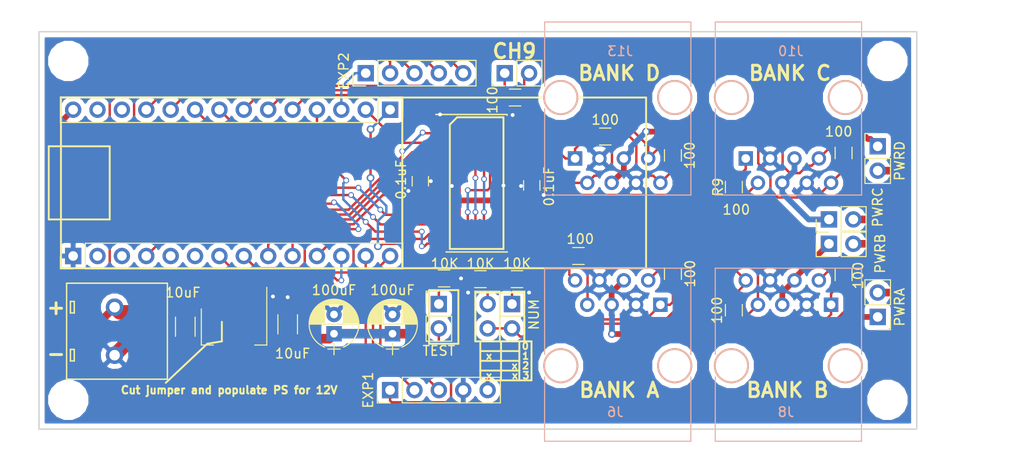
<source format=kicad_pcb>
(kicad_pcb (version 4) (host pcbnew 4.0.6-e0-6349~53~ubuntu16.04.1)
  (layers (0 F.Cu signal) (31 B.Cu signal) (34 B.Paste user) (35 F.Paste user) (36 B.SilkS user) (37 F.SilkS user) (38 B.Mask user) (39 F.Mask user) (44 Edge.Cuts user))
  (net 0 "")
  (net 1 /VCC)
  (net 2 GND)
  (net 3 /5V)
  (net 4 /CH1)
  (net 5 /CH8)
  (net 6 /CH5)
  (net 7 /CH3)
  (net 8 /CH4)
  (net 9 /CH13)
  (net 10 /CH14)
  (net 11 /CH16)
  (net 12 /CH17)
  (net 13 /TEST)
  (net 14 /NUM1)
  (net 15 /NUM2)
  (net 16 /CH15)
  (net 17 /CH2)
  (net 18 /CH10)
  (net 19 /CH9)
  (net 20 /CH6)
  (net 21 /CH7)
  (net 22 /CH11)
  (net 23 /CH12)
  (net 24 /A1)
  (net 25 /B1)
  (net 26 "Net-(J6-Pad4)")
  (net 27 /A2)
  (net 28 /B2)
  (net 29 /A3)
  (net 30 /B3)
  (net 31 "Net-(J8-Pad4)")
  (net 32 /A4)
  (net 33 /B4)
  (net 34 /A5)
  (net 35 /B5)
  (net 36 "Net-(J10-Pad4)")
  (net 37 /A6)
  (net 38 /B6)
  (net 39 /A9)
  (net 40 /B9)
  (net 41 /A7)
  (net 42 /B7)
  (net 43 "Net-(J13-Pad4)")
  (net 44 /A8)
  (net 45 /B8)
  (module Capacitors_THT:CP_Radial_D5.0mm_P2.00mm (layer F.Cu) (at 89.154 116.046 90)
    (fp_text reference C4 hide)
    (fp_text value 100uF (at 4.54 0 180) (layer F.SilkS))
    (pad 1 thru_hole rect (at 0 0 90) (size 1.6 1.6) (drill 0.8) (layers *.Cu *.Mask) (net 3 /5V))
    (pad 2 thru_hole circle (at 2 0 90) (size 1.6 1.6) (drill 0.8) (layers *.Cu *.Mask) (net 2 GND))
  )
  (module Pin_Headers:Pin_Header_Straight_1x05_Pitch2.54mm (layer F.Cu) (at 88.9 121.92 90)
    (fp_text reference J16 hide)
    (fp_text value EXP1 (at 0 -2.286 90) (layer F.SilkS))
    (pad 1 thru_hole rect (at 0 0 90) (size 1.7 1.7) (drill 1) (layers *.Cu *.Mask) (net 16 /CH15))
    (pad 2 thru_hole oval (at 0 2.54 90) (size 1.7 1.7) (drill 1) (layers *.Cu *.Mask) (net 11 /CH16))
    (pad 3 thru_hole oval (at 0 5.08 90) (size 1.7 1.7) (drill 1) (layers *.Cu *.Mask) (net 12 /CH17))
    (pad 4 thru_hole oval (at 0 7.62 90) (size 1.7 1.7) (drill 1) (layers *.Cu *.Mask) (net 2 GND))
    (pad 5 thru_hole oval (at 0 10.16 90) (size 1.7 1.7) (drill 1) (layers *.Cu *.Mask) (net 3 /5V))
  )
  (module Pin_Headers:Pin_Header_Straight_1x14_Pitch2.54mm (layer F.Cu) (at 55.88 107.95 90)
    (fp_text reference J2 hide)
    (fp_text value CONN_01X14 hide)
    (pad 1 thru_hole rect (at 0 0 90) (size 1.7 1.7) (drill 1) (layers *.Cu *.Mask) (net 2 GND))
    (pad 2 thru_hole oval (at 0 2.54 90) (size 1.7 1.7) (drill 1) (layers *.Cu *.Mask))
    (pad 3 thru_hole oval (at 0 5.08 90) (size 1.7 1.7) (drill 1) (layers *.Cu *.Mask))
    (pad 4 thru_hole oval (at 0 7.62 90) (size 1.7 1.7) (drill 1) (layers *.Cu *.Mask) (net 4 /CH1))
    (pad 5 thru_hole oval (at 0 10.16 90) (size 1.7 1.7) (drill 1) (layers *.Cu *.Mask))
    (pad 6 thru_hole oval (at 0 12.7 90) (size 1.7 1.7) (drill 1) (layers *.Cu *.Mask))
    (pad 7 thru_hole oval (at 0 15.24 90) (size 1.7 1.7) (drill 1) (layers *.Cu *.Mask) (net 5 /CH8))
    (pad 8 thru_hole oval (at 0 17.78 90) (size 1.7 1.7) (drill 1) (layers *.Cu *.Mask) (net 6 /CH5))
    (pad 9 thru_hole oval (at 0 20.32 90) (size 1.7 1.7) (drill 1) (layers *.Cu *.Mask) (net 7 /CH3))
    (pad 10 thru_hole oval (at 0 22.86 90) (size 1.7 1.7) (drill 1) (layers *.Cu *.Mask) (net 8 /CH4))
    (pad 11 thru_hole oval (at 0 25.4 90) (size 1.7 1.7) (drill 1) (layers *.Cu *.Mask) (net 9 /CH13))
    (pad 12 thru_hole oval (at 0 27.94 90) (size 1.7 1.7) (drill 1) (layers *.Cu *.Mask) (net 10 /CH14))
    (pad 13 thru_hole oval (at 0 30.48 90) (size 1.7 1.7) (drill 1) (layers *.Cu *.Mask) (net 11 /CH16))
    (pad 14 thru_hole oval (at 0 33.02 90) (size 1.7 1.7) (drill 1) (layers *.Cu *.Mask) (net 12 /CH17))
  )
  (module Pin_Headers:Pin_Header_Straight_1x05_Pitch2.54mm (layer F.Cu) (at 86.36 88.9 90)
    (fp_text reference J15 hide)
    (fp_text value EXP2 (at 0.254 -2.286 90) (layer F.SilkS))
    (pad 1 thru_hole rect (at 0 0 90) (size 1.7 1.7) (drill 1) (layers *.Cu *.Mask) (net 18 /CH10))
    (pad 2 thru_hole oval (at 0 2.54 90) (size 1.7 1.7) (drill 1) (layers *.Cu *.Mask) (net 22 /CH11))
    (pad 3 thru_hole oval (at 0 5.08 90) (size 1.7 1.7) (drill 1) (layers *.Cu *.Mask) (net 23 /CH12))
    (pad 4 thru_hole oval (at 0 7.62 90) (size 1.7 1.7) (drill 1) (layers *.Cu *.Mask) (net 9 /CH13))
    (pad 5 thru_hole oval (at 0 10.16 90) (size 1.7 1.7) (drill 1) (layers *.Cu *.Mask) (net 10 /CH14))
  )
  (module Capacitors_SMD:C_1206 (layer F.Cu) (at 67.564 115.316 270)
    (fp_text reference C1 hide)
    (fp_text value 10uF (at -3.556 0.254 360) (layer F.SilkS))
    (pad 1 smd rect (at -1.5 0 270) (size 1 1.6) (layers F.Cu F.Paste F.Mask) (net 1 /VCC))
    (pad 2 smd rect (at 1.5 0 270) (size 1 1.6) (layers F.Cu F.Paste F.Mask) (net 2 GND))
  )
  (module Capacitors_SMD:C_1206 (layer F.Cu) (at 78.232 115.062 90)
    (fp_text reference C2 hide)
    (fp_text value 10uF (at -3.048 0.508 180) (layer F.SilkS))
    (pad 1 smd rect (at -1.5 0 90) (size 1 1.6) (layers F.Cu F.Paste F.Mask) (net 3 /5V))
    (pad 2 smd rect (at 1.5 0 90) (size 1 1.6) (layers F.Cu F.Paste F.Mask) (net 2 GND))
  )
  (module Capacitors_THT:CP_Radial_D5.0mm_P2.00mm (layer F.Cu) (at 83.058 116.046 90)
    (fp_text reference C3 hide)
    (fp_text value 100uF (at 4.54 0 180) (layer F.SilkS))
    (pad 1 thru_hole rect (at 0 0 90) (size 1.6 1.6) (drill 0.8) (layers *.Cu *.Mask) (net 3 /5V))
    (pad 2 thru_hole circle (at 2 0 90) (size 1.6 1.6) (drill 0.8) (layers *.Cu *.Mask) (net 2 GND))
  )
  (module Capacitors_SMD:C_0805 (layer F.Cu) (at 92.0496 100.1616 90)
    (fp_text reference C5 hide)
    (fp_text value 0.1uF (at 0.1618 -2.0066 90) (layer F.SilkS))
    (pad 1 smd rect (at -1 0 90) (size 1 1.25) (layers F.Cu F.Paste F.Mask) (net 2 GND))
    (pad 2 smd rect (at 1 0 90) (size 1 1.25) (layers F.Cu F.Paste F.Mask) (net 3 /5V))
  )
  (module Capacitors_SMD:C_0805 (layer F.Cu) (at 103.6574 100.6 270)
    (fp_text reference C6 hide)
    (fp_text value 0.1uF (at 0.1016 -1.8034 270) (layer F.SilkS))
    (pad 1 smd rect (at -1 0 270) (size 1 1.25) (layers F.Cu F.Paste F.Mask) (net 3 /5V))
    (pad 2 smd rect (at 1 0 270) (size 1 1.25) (layers F.Cu F.Paste F.Mask) (net 2 GND))
  )
  (module Pin_Headers:Pin_Header_Straight_1x02_Pitch2.54mm (layer F.Cu) (at 93.98 112.9538)
    (fp_text reference J3 hide)
    (fp_text value TEST (at 0 4.87) (layer F.SilkS))
    (pad 1 thru_hole rect (at 0 0) (size 1.7 1.7) (drill 1) (layers *.Cu *.Mask) (net 13 /TEST))
    (pad 2 thru_hole oval (at 0 2.54) (size 1.7 1.7) (drill 1) (layers *.Cu *.Mask) (net 3 /5V))
  )
  (module Pin_Headers:Pin_Header_Straight_2x02_Pitch2.54mm (layer F.Cu) (at 101.6 112.9538 270)
    (fp_text reference J4 hide)
    (fp_text value NUM (at 1.0922 -2.286 270) (layer F.SilkS))
    (pad 1 thru_hole rect (at 0 0 270) (size 1.7 1.7) (drill 1) (layers *.Cu *.Mask) (net 14 /NUM1))
    (pad 2 thru_hole oval (at 2.54 0 270) (size 1.7 1.7) (drill 1) (layers *.Cu *.Mask) (net 3 /5V))
    (pad 3 thru_hole oval (at 0 2.54 270) (size 1.7 1.7) (drill 1) (layers *.Cu *.Mask) (net 15 /NUM2))
    (pad 4 thru_hole oval (at 2.54 2.54 270) (size 1.7 1.7) (drill 1) (layers *.Cu *.Mask) (net 3 /5V))
  )
  (module Pin_Headers:Pin_Header_Straight_1x14_Pitch2.54mm (layer F.Cu) (at 88.9 92.71 270)
    (fp_text reference J5 hide)
    (fp_text value CONN_01X14 hide)
    (pad 1 thru_hole rect (at 0 0 270) (size 1.7 1.7) (drill 1) (layers *.Cu *.Mask) (net 16 /CH15))
    (pad 2 thru_hole oval (at 0 2.54 270) (size 1.7 1.7) (drill 1) (layers *.Cu *.Mask) (net 17 /CH2))
    (pad 3 thru_hole oval (at 0 5.08 270) (size 1.7 1.7) (drill 1) (layers *.Cu *.Mask) (net 18 /CH10))
    (pad 4 thru_hole oval (at 0 7.62 270) (size 1.7 1.7) (drill 1) (layers *.Cu *.Mask) (net 19 /CH9))
    (pad 5 thru_hole oval (at 0 10.16 270) (size 1.7 1.7) (drill 1) (layers *.Cu *.Mask) (net 15 /NUM2))
    (pad 6 thru_hole oval (at 0 12.7 270) (size 1.7 1.7) (drill 1) (layers *.Cu *.Mask) (net 14 /NUM1))
    (pad 7 thru_hole oval (at 0 15.24 270) (size 1.7 1.7) (drill 1) (layers *.Cu *.Mask) (net 13 /TEST))
    (pad 8 thru_hole oval (at 0 17.78 270) (size 1.7 1.7) (drill 1) (layers *.Cu *.Mask) (net 20 /CH6))
    (pad 9 thru_hole oval (at 0 20.32 270) (size 1.7 1.7) (drill 1) (layers *.Cu *.Mask) (net 21 /CH7))
    (pad 10 thru_hole oval (at 0 22.86 270) (size 1.7 1.7) (drill 1) (layers *.Cu *.Mask) (net 22 /CH11))
    (pad 11 thru_hole oval (at 0 25.4 270) (size 1.7 1.7) (drill 1) (layers *.Cu *.Mask) (net 23 /CH12))
    (pad 12 thru_hole oval (at 0 27.94 270) (size 1.7 1.7) (drill 1) (layers *.Cu *.Mask))
    (pad 13 thru_hole oval (at 0 30.48 270) (size 1.7 1.7) (drill 1) (layers *.Cu *.Mask))
    (pad 14 thru_hole oval (at 0 33.02 270) (size 1.7 1.7) (drill 1) (layers *.Cu *.Mask) (net 3 /5V))
  )
  (module Connectors:RJ45_8 (layer B.Cu) (at 117.06 113.03 180)
    (fp_text reference J6 (at 4.7 -11.18 180) (layer B.SilkS) (effects (justify mirror)))
    (fp_text value BANKA)
    (pad Hole np_thru_hole circle (at 10.38 -6.35 180) (size 3.65 3.65) (drill 3.25) (layers *.Cu *.SilkS *.Mask))
    (pad Hole np_thru_hole circle (at -1.49 -6.35 180) (size 3.65 3.65) (drill 3.25) (layers *.Cu *.SilkS *.Mask))
    (pad 1 thru_hole rect (at 0 0 180) (size 1.5 1.5) (drill 0.9) (layers *.Cu *.Mask) (net 24 /A1))
    (pad 2 thru_hole circle (at 1.27 2.54 180) (size 1.5 1.5) (drill 0.9) (layers *.Cu *.Mask) (net 25 /B1))
    (pad 3 thru_hole circle (at 2.54 0 180) (size 1.5 1.5) (drill 0.9) (layers *.Cu *.Mask) (net 2 GND))
    (pad 4 thru_hole circle (at 3.81 2.54 180) (size 1.5 1.5) (drill 0.9) (layers *.Cu *.Mask) (net 26 "Net-(J6-Pad4)"))
    (pad 5 thru_hole circle (at 5.08 0 180) (size 1.5 1.5) (drill 0.9) (layers *.Cu *.Mask) (net 26 "Net-(J6-Pad4)"))
    (pad 6 thru_hole circle (at 6.35 2.54 180) (size 1.5 1.5) (drill 0.9) (layers *.Cu *.Mask) (net 2 GND))
    (pad 7 thru_hole circle (at 7.62 0 180) (size 1.5 1.5) (drill 0.9) (layers *.Cu *.Mask) (net 27 /A2))
    (pad 8 thru_hole circle (at 8.89 2.54 180) (size 1.5 1.5) (drill 0.9) (layers *.Cu *.Mask) (net 28 /B2))
  )
  (module Pin_Headers:Pin_Header_Straight_1x02_Pitch2.54mm (layer F.Cu) (at 139.7 114.3 180)
    (fp_text reference J7 hide)
    (fp_text value PWRA (at -2.286 1.016 270) (layer F.SilkS))
    (pad 1 thru_hole rect (at 0 0 180) (size 1.7 1.7) (drill 1) (layers *.Cu *.Mask) (net 26 "Net-(J6-Pad4)"))
    (pad 2 thru_hole oval (at 0 2.54 180) (size 1.7 1.7) (drill 1) (layers *.Cu *.Mask) (net 1 /VCC))
  )
  (module Connectors:RJ45_8 (layer B.Cu) (at 134.84 113.03 180)
    (fp_text reference J8 (at 4.7 -11.18 180) (layer B.SilkS) (effects (justify mirror)))
    (fp_text value BANKB)
    (pad Hole np_thru_hole circle (at 10.38 -6.35 180) (size 3.65 3.65) (drill 3.25) (layers *.Cu *.SilkS *.Mask))
    (pad Hole np_thru_hole circle (at -1.49 -6.35 180) (size 3.65 3.65) (drill 3.25) (layers *.Cu *.SilkS *.Mask))
    (pad 1 thru_hole rect (at 0 0 180) (size 1.5 1.5) (drill 0.9) (layers *.Cu *.Mask) (net 29 /A3))
    (pad 2 thru_hole circle (at 1.27 2.54 180) (size 1.5 1.5) (drill 0.9) (layers *.Cu *.Mask) (net 30 /B3))
    (pad 3 thru_hole circle (at 2.54 0 180) (size 1.5 1.5) (drill 0.9) (layers *.Cu *.Mask) (net 2 GND))
    (pad 4 thru_hole circle (at 3.81 2.54 180) (size 1.5 1.5) (drill 0.9) (layers *.Cu *.Mask) (net 31 "Net-(J8-Pad4)"))
    (pad 5 thru_hole circle (at 5.08 0 180) (size 1.5 1.5) (drill 0.9) (layers *.Cu *.Mask) (net 31 "Net-(J8-Pad4)"))
    (pad 6 thru_hole circle (at 6.35 2.54 180) (size 1.5 1.5) (drill 0.9) (layers *.Cu *.Mask) (net 2 GND))
    (pad 7 thru_hole circle (at 7.62 0 180) (size 1.5 1.5) (drill 0.9) (layers *.Cu *.Mask) (net 32 /A4))
    (pad 8 thru_hole circle (at 8.89 2.54 180) (size 1.5 1.5) (drill 0.9) (layers *.Cu *.Mask) (net 33 /B4))
  )
  (module Pin_Headers:Pin_Header_Straight_1x02_Pitch2.54mm (layer F.Cu) (at 134.62 106.68 90)
    (fp_text reference J9 hide)
    (fp_text value PWRB (at -1.016 5.334 90) (layer F.SilkS))
    (pad 1 thru_hole rect (at 0 0 90) (size 1.7 1.7) (drill 1) (layers *.Cu *.Mask) (net 31 "Net-(J8-Pad4)"))
    (pad 2 thru_hole oval (at 0 2.54 90) (size 1.7 1.7) (drill 1) (layers *.Cu *.Mask) (net 1 /VCC))
  )
  (module Connectors:RJ45_8 (layer B.Cu) (at 125.95 97.79)
    (fp_text reference J10 (at 4.7 -11.18) (layer B.SilkS) (effects (justify mirror)))
    (fp_text value BANKC)
    (pad Hole np_thru_hole circle (at 10.38 -6.35) (size 3.65 3.65) (drill 3.25) (layers *.Cu *.SilkS *.Mask))
    (pad Hole np_thru_hole circle (at -1.49 -6.35) (size 3.65 3.65) (drill 3.25) (layers *.Cu *.SilkS *.Mask))
    (pad 1 thru_hole rect (at 0 0) (size 1.5 1.5) (drill 0.9) (layers *.Cu *.Mask) (net 34 /A5))
    (pad 2 thru_hole circle (at 1.27 2.54) (size 1.5 1.5) (drill 0.9) (layers *.Cu *.Mask) (net 35 /B5))
    (pad 3 thru_hole circle (at 2.54 0) (size 1.5 1.5) (drill 0.9) (layers *.Cu *.Mask) (net 2 GND))
    (pad 4 thru_hole circle (at 3.81 2.54) (size 1.5 1.5) (drill 0.9) (layers *.Cu *.Mask) (net 36 "Net-(J10-Pad4)"))
    (pad 5 thru_hole circle (at 5.08 0) (size 1.5 1.5) (drill 0.9) (layers *.Cu *.Mask) (net 36 "Net-(J10-Pad4)"))
    (pad 6 thru_hole circle (at 6.35 2.54) (size 1.5 1.5) (drill 0.9) (layers *.Cu *.Mask) (net 2 GND))
    (pad 7 thru_hole circle (at 7.62 0) (size 1.5 1.5) (drill 0.9) (layers *.Cu *.Mask) (net 37 /A6))
    (pad 8 thru_hole circle (at 8.89 2.54) (size 1.5 1.5) (drill 0.9) (layers *.Cu *.Mask) (net 38 /B6))
  )
  (module Pin_Headers:Pin_Header_Straight_1x02_Pitch2.54mm (layer F.Cu) (at 100.838 88.9 90)
    (fp_text reference J11 hide)
    (fp_text value CH9 hide)
    (pad 1 thru_hole rect (at 0 0 90) (size 1.7 1.7) (drill 1) (layers *.Cu *.Mask) (net 39 /A9))
    (pad 2 thru_hole oval (at 0 2.54 90) (size 1.7 1.7) (drill 1) (layers *.Cu *.Mask) (net 40 /B9))
  )
  (module Pin_Headers:Pin_Header_Straight_1x02_Pitch2.54mm (layer F.Cu) (at 134.62 104.14 90)
    (fp_text reference J12 hide)
    (fp_text value PWRC (at 1.27 5.08 90) (layer F.SilkS))
    (pad 1 thru_hole rect (at 0 0 90) (size 1.7 1.7) (drill 1) (layers *.Cu *.Mask) (net 36 "Net-(J10-Pad4)"))
    (pad 2 thru_hole oval (at 0 2.54 90) (size 1.7 1.7) (drill 1) (layers *.Cu *.Mask) (net 1 /VCC))
  )
  (module Connectors:RJ45_8 (layer B.Cu) (at 108.17 97.79)
    (fp_text reference J13 (at 4.7 -11.18) (layer B.SilkS) (effects (justify mirror)))
    (fp_text value BANKD)
    (pad Hole np_thru_hole circle (at 10.38 -6.35) (size 3.65 3.65) (drill 3.25) (layers *.Cu *.SilkS *.Mask))
    (pad Hole np_thru_hole circle (at -1.49 -6.35) (size 3.65 3.65) (drill 3.25) (layers *.Cu *.SilkS *.Mask))
    (pad 1 thru_hole rect (at 0 0) (size 1.5 1.5) (drill 0.9) (layers *.Cu *.Mask) (net 41 /A7))
    (pad 2 thru_hole circle (at 1.27 2.54) (size 1.5 1.5) (drill 0.9) (layers *.Cu *.Mask) (net 42 /B7))
    (pad 3 thru_hole circle (at 2.54 0) (size 1.5 1.5) (drill 0.9) (layers *.Cu *.Mask) (net 2 GND))
    (pad 4 thru_hole circle (at 3.81 2.54) (size 1.5 1.5) (drill 0.9) (layers *.Cu *.Mask) (net 43 "Net-(J13-Pad4)"))
    (pad 5 thru_hole circle (at 5.08 0) (size 1.5 1.5) (drill 0.9) (layers *.Cu *.Mask) (net 43 "Net-(J13-Pad4)"))
    (pad 6 thru_hole circle (at 6.35 2.54) (size 1.5 1.5) (drill 0.9) (layers *.Cu *.Mask) (net 2 GND))
    (pad 7 thru_hole circle (at 7.62 0) (size 1.5 1.5) (drill 0.9) (layers *.Cu *.Mask) (net 44 /A8))
    (pad 8 thru_hole circle (at 8.89 2.54) (size 1.5 1.5) (drill 0.9) (layers *.Cu *.Mask) (net 45 /B8))
  )
  (module Pin_Headers:Pin_Header_Straight_1x02_Pitch2.54mm (layer F.Cu) (at 139.7 96.52)
    (fp_text reference J14 hide)
    (fp_text value PWRD (at 2.286 1.524 90) (layer F.SilkS))
    (pad 1 thru_hole rect (at 0 0) (size 1.7 1.7) (drill 1) (layers *.Cu *.Mask) (net 43 "Net-(J13-Pad4)"))
    (pad 2 thru_hole oval (at 0 2.54) (size 1.7 1.7) (drill 1) (layers *.Cu *.Mask) (net 1 /VCC))
  )
  (module 1dah:Jumper (layer F.Cu) (at 71.374 115.316 180)
    (fp_text reference JP1 hide)
    (fp_text value Jumper hide)
    (pad 2 smd trapezoid (at -1.143 0) (size 1.524 1.524) (rect_delta 0.762 0) (layers F.Cu F.Paste F.Mask) (net 3 /5V))
    (pad 1 smd trapezoid (at 1.143 0 180) (size 1.524 1.524) (rect_delta 0.762 0) (layers F.Cu F.Paste F.Mask) (net 1 /VCC))
    (pad "" smd rect (at 0 0 180) (size 1.524 0.508) (layers F.Cu F.Paste F.Mask))
  )
  (module Resistors_SMD:R_0805 (layer F.Cu) (at 94.5286 110.2868)
    (fp_text reference R1 hide)
    (fp_text value 10K (at 0.061 -1.5494) (layer F.SilkS))
    (pad 1 smd rect (at -0.95 0) (size 0.7 1.3) (layers F.Cu F.Paste F.Mask) (net 13 /TEST))
    (pad 2 smd rect (at 0.95 0) (size 0.7 1.3) (layers F.Cu F.Paste F.Mask) (net 2 GND))
  )
  (module Resistors_SMD:R_0805 (layer F.Cu) (at 102.1182 110.363 180)
    (fp_text reference R2 hide)
    (fp_text value 10K (at -0.0152 1.651 180) (layer F.SilkS))
    (pad 1 smd rect (at -0.95 0 180) (size 0.7 1.3) (layers F.Cu F.Paste F.Mask) (net 2 GND))
    (pad 2 smd rect (at 0.95 0 180) (size 0.7 1.3) (layers F.Cu F.Paste F.Mask) (net 14 /NUM1))
  )
  (module Resistors_SMD:R_0805 (layer F.Cu) (at 98.3082 110.363)
    (fp_text reference R3 hide)
    (fp_text value 10K (at 0.0152 -1.6256) (layer F.SilkS))
    (pad 1 smd rect (at -0.95 0) (size 0.7 1.3) (layers F.Cu F.Paste F.Mask) (net 2 GND))
    (pad 2 smd rect (at 0.95 0) (size 0.7 1.3) (layers F.Cu F.Paste F.Mask) (net 15 /NUM2))
  )
  (module Resistors_SMD:R_0805 (layer F.Cu) (at 118.364 109.794 270)
    (fp_text reference R4 hide)
    (fp_text value 100 (at 0 -1.796051 270) (layer F.SilkS))
    (pad 1 smd rect (at -0.95 0 270) (size 0.7 1.3) (layers F.Cu F.Paste F.Mask) (net 25 /B1))
    (pad 2 smd rect (at 0.95 0 270) (size 0.7 1.3) (layers F.Cu F.Paste F.Mask) (net 24 /A1))
  )
  (module Resistors_SMD:R_0805 (layer F.Cu) (at 108.524 107.95)
    (fp_text reference R5 hide)
    (fp_text value 100 (at 0.188 -1.778) (layer F.SilkS))
    (pad 1 smd rect (at -0.95 0) (size 0.7 1.3) (layers F.Cu F.Paste F.Mask) (net 28 /B2))
    (pad 2 smd rect (at 0.95 0) (size 0.7 1.3) (layers F.Cu F.Paste F.Mask) (net 27 /A2))
  )
  (module Resistors_SMD:R_0805 (layer F.Cu) (at 136.144 109.916 270)
    (fp_text reference R6 hide)
    (fp_text value 100 (at 0.066 -1.524 270) (layer F.SilkS))
    (pad 1 smd rect (at -0.95 0 270) (size 0.7 1.3) (layers F.Cu F.Paste F.Mask) (net 30 /B3))
    (pad 2 smd rect (at 0.95 0 270) (size 0.7 1.3) (layers F.Cu F.Paste F.Mask) (net 29 /A3))
  )
  (module Resistors_SMD:R_0805 (layer F.Cu) (at 124.714 113.604 270)
    (fp_text reference R7 hide)
    (fp_text value 100 (at 0 1.75 270) (layer F.SilkS))
    (pad 1 smd rect (at -0.95 0 270) (size 0.7 1.3) (layers F.Cu F.Paste F.Mask) (net 33 /B4))
    (pad 2 smd rect (at 0.95 0 270) (size 0.7 1.3) (layers F.Cu F.Paste F.Mask) (net 32 /A4))
  )
  (module Resistors_SMD:R_0805 (layer F.Cu) (at 101.92 91.44 180)
    (fp_text reference R8 hide)
    (fp_text value 100 (at 2.352 -0.254 270) (layer F.SilkS))
    (pad 1 smd rect (at -0.95 0 180) (size 0.7 1.3) (layers F.Cu F.Paste F.Mask) (net 40 /B9))
    (pad 2 smd rect (at 0.95 0 180) (size 0.7 1.3) (layers F.Cu F.Paste F.Mask) (net 39 /A9))
  )
  (module Resistors_SMD:R_0805 (layer F.Cu) (at 124.714 100.772 90)
    (fp_text reference R9 (at 0 -1.65 90) (layer F.SilkS))
    (fp_text value 100 (at -2.352 0.254 180) (layer F.SilkS))
    (pad 1 smd rect (at -0.95 0 90) (size 0.7 1.3) (layers F.Cu F.Paste F.Mask) (net 35 /B5))
    (pad 2 smd rect (at 0.95 0 90) (size 0.7 1.3) (layers F.Cu F.Paste F.Mask) (net 34 /A5))
  )
  (module Resistors_SMD:R_0805 (layer F.Cu) (at 136.144 97.216 90)
    (fp_text reference R10 hide)
    (fp_text value 100 (at 2.22 -0.508 180) (layer F.SilkS))
    (pad 1 smd rect (at -0.95 0 90) (size 0.7 1.3) (layers F.Cu F.Paste F.Mask) (net 38 /B6))
    (pad 2 smd rect (at 0.95 0 90) (size 0.7 1.3) (layers F.Cu F.Paste F.Mask) (net 37 /A6))
  )
  (module Resistors_SMD:R_0805 (layer F.Cu) (at 111.318 95.504 180)
    (fp_text reference R11 hide)
    (fp_text value 100 (at 0 1.75 180) (layer F.SilkS))
    (pad 1 smd rect (at -0.95 0 180) (size 0.7 1.3) (layers F.Cu F.Paste F.Mask) (net 42 /B7))
    (pad 2 smd rect (at 0.95 0 180) (size 0.7 1.3) (layers F.Cu F.Paste F.Mask) (net 41 /A7))
  )
  (module Resistors_SMD:R_0805 (layer F.Cu) (at 118.364 97.47 90)
    (fp_text reference R12 hide)
    (fp_text value 100 (at 0 1.75 90) (layer F.SilkS))
    (pad 1 smd rect (at -0.95 0 90) (size 0.7 1.3) (layers F.Cu F.Paste F.Mask) (net 45 /B8))
    (pad 2 smd rect (at 0.95 0 90) (size 0.7 1.3) (layers F.Cu F.Paste F.Mask) (net 44 /A8))
  )
  (module TO_SOT_Packages_SMD:SOT-223 (layer F.Cu) (at 72.644 115.316 270)
    (fp_text reference U2 hide)
    (fp_text value AP111733 hide)
    (pad 4 smd rect (at 3.15 0 270) (size 2 3.8) (layers F.Cu F.Paste F.Mask) (net 3 /5V))
    (pad 2 smd rect (at -3.15 0 270) (size 2 1.5) (layers F.Cu F.Paste F.Mask) (net 3 /5V))
    (pad 3 smd rect (at -3.15 2.3 270) (size 2 1.5) (layers F.Cu F.Paste F.Mask) (net 1 /VCC))
    (pad 1 smd rect (at -3.15 -2.3 270) (size 2 1.5) (layers F.Cu F.Paste F.Mask) (net 2 GND))
  )
  (module 1dah:Drill_Hole_0.125in (layer F.Cu) (at 140.716 87.63)
    (fp_text reference REF** hide)
    (fp_text value Drill_Hole hide)
    (pad "" np_thru_hole circle (at 0 0) (size 3.175 3.175) (drill 3.175) (layers *.Cu *.Mask))
  )
  (module 1dah:Drill_Hole_0.125in (layer F.Cu) (at 140.716 122.936)
    (fp_text reference REF** hide)
    (fp_text value Drill_Hole hide)
    (pad "" np_thru_hole circle (at 0 0) (size 3.175 3.175) (drill 3.175) (layers *.Cu *.Mask))
  )
  (module 1dah:Drill_Hole_0.125in (layer F.Cu) (at 55.372 122.936)
    (fp_text reference REF** hide)
    (fp_text value Drill_Hole hide)
    (pad "" np_thru_hole circle (at 0 0) (size 3.175 3.175) (drill 3.175) (layers *.Cu *.Mask))
  )
  (module 1dah:Drill_Hole_0.125in (layer F.Cu) (at 55.372 87.63)
    (fp_text reference REF** hide)
    (fp_text value Drill_Hole hide)
    (pad "" np_thru_hole circle (at 0 0) (size 3.175 3.175) (drill 3.175) (layers *.Cu *.Mask))
  )
  (module "1dah:TSSOP-56_6.1x14mm_Pitch0.5mm(mod)" (layer F.Cu) (at 97.917 100.4074)
    (fp_text reference U3 hide)
    (fp_text value SN65HVD09 hide)
    (pad 1 smd rect (at -3.75 -6.75) (size 1.2 0.24) (layers F.Cu F.Paste F.Mask) (net 2 GND))
    (pad 2 smd rect (at -3.75 -6.25) (size 1.2 0.24) (layers F.Cu F.Paste F.Mask) (net 2 GND))
    (pad 3 smd rect (at -3.75 -5.75) (size 1.2 0.24) (layers F.Cu F.Paste F.Mask) (net 2 GND))
    (pad 4 smd rect (at -3.75 -5.25) (size 1.2 0.24) (layers F.Cu F.Paste F.Mask) (net 4 /CH1))
    (pad 5 smd rect (at -3.75 -4.75) (size 1.2 0.24) (layers F.Cu F.Paste F.Mask) (net 3 /5V))
    (pad 6 smd rect (at -3.75 -4.25) (size 1.2 0.24) (layers F.Cu F.Paste F.Mask) (net 17 /CH2))
    (pad 7 smd rect (at -3.75 -3.75) (size 1.2 0.24) (layers F.Cu F.Paste F.Mask) (net 3 /5V))
    (pad 8 smd rect (at -3.75 -3.25) (size 1.2 0.24) (layers F.Cu F.Paste F.Mask) (net 7 /CH3))
    (pad 9 smd rect (at -3.75 -2.75) (size 1.2 0.24) (layers F.Cu F.Paste F.Mask) (net 3 /5V))
    (pad 10 smd rect (at -3.75 -2.25) (size 1.2 0.24) (layers F.Cu F.Paste F.Mask) (net 8 /CH4))
    (pad 11 smd rect (at -3.75 -1.75) (size 1.2 0.24) (layers F.Cu F.Paste F.Mask) (net 3 /5V))
    (pad 12 smd rect (at -3.75 -1.25) (size 1.2 0.24) (layers F.Cu F.Paste F.Mask) (net 3 /5V))
    (pad 13 smd rect (at -3.75 -0.75) (size 1.2 0.24) (layers F.Cu F.Paste F.Mask) (net 2 GND))
    (pad 14 smd rect (at -3.75 -0.25) (size 1.2 0.24) (layers F.Cu F.Paste F.Mask) (net 2 GND))
    (pad 15 smd rect (at -3.75 0.25) (size 1.2 0.24) (layers F.Cu F.Paste F.Mask) (net 2 GND))
    (pad 16 smd rect (at -3.75 0.75) (size 1.2 0.24) (layers F.Cu F.Paste F.Mask) (net 2 GND))
    (pad 17 smd rect (at -3.75 1.25) (size 1.2 0.24) (layers F.Cu F.Paste F.Mask) (net 2 GND))
    (pad 18 smd rect (at -3.75 1.75) (size 1.2 0.24) (layers F.Cu F.Paste F.Mask) (net 3 /5V))
    (pad 19 smd rect (at -3.75 2.25) (size 1.2 0.24) (layers F.Cu F.Paste F.Mask) (net 6 /CH5))
    (pad 20 smd rect (at -3.75 2.75) (size 1.2 0.24) (layers F.Cu F.Paste F.Mask) (net 3 /5V))
    (pad 21 smd rect (at -3.75 3.25) (size 1.2 0.24) (layers F.Cu F.Paste F.Mask) (net 20 /CH6))
    (pad 22 smd rect (at -3.75 3.75) (size 1.2 0.24) (layers F.Cu F.Paste F.Mask) (net 3 /5V))
    (pad 23 smd rect (at -3.75 4.25) (size 1.2 0.24) (layers F.Cu F.Paste F.Mask) (net 21 /CH7))
    (pad 24 smd rect (at -3.75 4.75) (size 1.2 0.24) (layers F.Cu F.Paste F.Mask) (net 3 /5V))
    (pad 25 smd rect (at -3.75 5.25) (size 1.2 0.24) (layers F.Cu F.Paste F.Mask) (net 5 /CH8))
    (pad 26 smd rect (at -3.75 5.75) (size 1.2 0.24) (layers F.Cu F.Paste F.Mask) (net 3 /5V))
    (pad 27 smd rect (at -3.75 6.25) (size 1.2 0.24) (layers F.Cu F.Paste F.Mask) (net 19 /CH9))
    (pad 28 smd rect (at -3.75 6.75) (size 1.2 0.24) (layers F.Cu F.Paste F.Mask) (net 3 /5V))
    (pad 29 smd rect (at 3.75 6.75) (size 1.2 0.24) (layers F.Cu F.Paste F.Mask) (net 25 /B1))
    (pad 30 smd rect (at 3.75 6.25) (size 1.2 0.24) (layers F.Cu F.Paste F.Mask) (net 24 /A1))
    (pad 31 smd rect (at 3.75 5.75) (size 1.2 0.24) (layers F.Cu F.Paste F.Mask) (net 28 /B2))
    (pad 32 smd rect (at 3.75 5.25) (size 1.2 0.24) (layers F.Cu F.Paste F.Mask) (net 27 /A2))
    (pad 33 smd rect (at 3.75 4.75) (size 1.2 0.24) (layers F.Cu F.Paste F.Mask) (net 30 /B3))
    (pad 34 smd rect (at 3.75 4.25) (size 1.2 0.24) (layers F.Cu F.Paste F.Mask) (net 29 /A3))
    (pad 35 smd rect (at 3.75 3.75) (size 1.2 0.24) (layers F.Cu F.Paste F.Mask) (net 33 /B4))
    (pad 36 smd rect (at 3.75 3.25) (size 1.2 0.24) (layers F.Cu F.Paste F.Mask) (net 32 /A4))
    (pad 37 smd rect (at 3.75 2.75) (size 1.2 0.24) (layers F.Cu F.Paste F.Mask) (net 35 /B5))
    (pad 38 smd rect (at 3.75 2.25) (size 1.2 0.24) (layers F.Cu F.Paste F.Mask) (net 34 /A5))
    (pad 39 smd rect (at 3.75 1.75) (size 1.2 0.24) (layers F.Cu F.Paste F.Mask) (net 3 /5V))
    (pad 40 smd rect (at 3.75 1.25) (size 1.2 0.24) (layers F.Cu F.Paste F.Mask) (net 2 GND))
    (pad 41 smd rect (at 3.75 0.75) (size 1.2 0.24) (layers F.Cu F.Paste F.Mask) (net 2 GND))
    (pad 42 smd rect (at 3.75 0.25) (size 1.2 0.24) (layers F.Cu F.Paste F.Mask) (net 2 GND))
    (pad 43 smd rect (at 3.75 -0.25) (size 1.2 0.24) (layers F.Cu F.Paste F.Mask) (net 2 GND))
    (pad 44 smd rect (at 3.75 -0.75) (size 1.2 0.24) (layers F.Cu F.Paste F.Mask) (net 2 GND))
    (pad 45 smd rect (at 3.75 -1.25) (size 1.2 0.24) (layers F.Cu F.Paste F.Mask) (net 3 /5V))
    (pad 46 smd rect (at 3.75 -1.75) (size 1.2 0.24) (layers F.Cu F.Paste F.Mask) (net 38 /B6))
    (pad 47 smd rect (at 3.75 -2.25) (size 1.2 0.24) (layers F.Cu F.Paste F.Mask) (net 37 /A6))
    (pad 48 smd rect (at 3.75 -2.75) (size 1.2 0.24) (layers F.Cu F.Paste F.Mask) (net 42 /B7))
    (pad 49 smd rect (at 3.75 -3.25) (size 1.2 0.24) (layers F.Cu F.Paste F.Mask) (net 41 /A7))
    (pad 50 smd rect (at 3.75 -3.75) (size 1.2 0.24) (layers F.Cu F.Paste F.Mask) (net 45 /B8))
    (pad 51 smd rect (at 3.75 -4.25) (size 1.2 0.24) (layers F.Cu F.Paste F.Mask) (net 44 /A8))
    (pad 52 smd rect (at 3.75 -4.75) (size 1.2 0.24) (layers F.Cu F.Paste F.Mask) (net 40 /B9))
    (pad 53 smd rect (at 3.75 -5.25) (size 1.2 0.24) (layers F.Cu F.Paste F.Mask) (net 39 /A9))
    (pad 54 smd rect (at 3.75 -5.75) (size 1.2 0.24) (layers F.Cu F.Paste F.Mask) (net 3 /5V))
    (pad 55 smd rect (at 3.75 -6.25) (size 1.2 0.24) (layers F.Cu F.Paste F.Mask) (net 2 GND))
    (pad 56 smd rect (at 3.75 -6.75) (size 1.2 0.24) (layers F.Cu F.Paste F.Mask) (net 2 GND))
  )
  (module 1dah:Terminal_Block_Phoenix_SPTAF_Quick_Release_2-Pos_5mm (layer F.Cu) (at 55.198 110.784 270)
    (fp_text reference J1 hide)
    (fp_text value Screw_Terminal_1x02 hide)
    (pad 1 thru_hole circle (at 2.5 -5 270) (size 1.824 1.824) (drill 1.1) (layers *.Cu *.Mask) (net 1 /VCC))
    (pad 2 thru_hole circle (at 7.5 -5 270) (size 1.824 1.824) (drill 1.1) (layers *.Cu *.Mask) (net 2 GND))
  )
  (gr_line (start 69.85 117.094) (end 65.532 121.158) (layer F.SilkS) (width 0.2))
  (gr_line (start 71.374 116.84) (end 69.85 117.094) (layer F.SilkS) (width 0.2))
  (gr_line (start 71.374 114.808) (end 71.374 116.84) (layer F.SilkS) (width 0.2))
  (gr_text "Cut jumper and populate PS for 12V" (at 72.136 121.92) (layer F.SilkS) (effects (font (size 0.8 0.8) (thickness 0.2))))
  (gr_text - (at 54.102 118.11) (layer F.SilkS) (effects (font (size 1.5 1.5) (thickness 0.3))))
  (gr_text + (at 54.102 113.284) (layer F.SilkS) (effects (font (size 1.5 1.5) (thickness 0.3))))
  (gr_line (start 52.324 125.984) (end 52.324 125.476) (layer Edge.Cuts) (width 0.15))
  (gr_line (start 143.764 125.984) (end 52.324 125.984) (layer Edge.Cuts) (width 0.15))
  (gr_line (start 143.764 125.476) (end 143.764 125.984) (layer Edge.Cuts) (width 0.15))
  (gr_line (start 52.324 84.582) (end 52.324 125.476) (layer Edge.Cuts) (width 0.15))
  (gr_line (start 52.832 84.582) (end 52.324 84.582) (layer Edge.Cuts) (width 0.15))
  (gr_line (start 143.764 84.582) (end 52.832 84.582) (layer Edge.Cuts) (width 0.15))
  (gr_line (start 143.764 85.09) (end 143.764 84.582) (layer Edge.Cuts) (width 0.15))
  (gr_line (start 143.764 85.09) (end 143.764 125.476) (layer Edge.Cuts) (width 0.15))
  (gr_line (start 100.457 116.84) (end 100.457 120.904) (layer F.SilkS) (width 0.2))
  (gr_line (start 98.298 119.888) (end 102.362 119.888) (layer F.SilkS) (width 0.2))
  (gr_line (start 98.298 118.872) (end 102.362 118.872) (layer F.SilkS) (width 0.2))
  (gr_line (start 98.298 117.856) (end 102.362 117.856) (layer F.SilkS) (width 0.2))
  (gr_line (start 102.362 116.84) (end 102.362 120.904) (layer F.SilkS) (width 0.2))
  (gr_line (start 103.632 116.84) (end 102.87 116.84) (layer F.SilkS) (width 0.2))
  (gr_line (start 103.632 120.904) (end 103.632 116.84) (layer F.SilkS) (width 0.2))
  (gr_line (start 98.298 120.904) (end 103.632 120.904) (layer F.SilkS) (width 0.2))
  (gr_line (start 98.298 116.84) (end 98.298 120.904) (layer F.SilkS) (width 0.2))
  (gr_text "x    x 3" (at 98.806 120.396) (layer F.SilkS) (effects (font (size 0.7 0.7) (thickness 0.175)) (justify left)))
  (gr_text "     x 2" (at 98.806 119.38) (layer F.SilkS) (effects (font (size 0.7 0.7) (thickness 0.175)) (justify left)))
  (gr_text "x      1" (at 98.806 118.364) (layer F.SilkS) (effects (font (size 0.7 0.7) (thickness 0.175)) (justify left)))
  (gr_text "       0" (at 98.806 117.348) (layer F.SilkS) (effects (font (size 0.7 0.7) (thickness 0.175)) (justify left)))
  (gr_line (start 102.87 116.84) (end 100.33 116.84) (layer F.SilkS) (width 0.2))
  (gr_line (start 102.87 111.76) (end 102.87 116.84) (layer F.SilkS) (width 0.2))
  (gr_line (start 100.33 111.76) (end 102.87 111.76) (layer F.SilkS) (width 0.2))
  (gr_line (start 100.33 111.76) (end 100.33 114.046) (layer F.SilkS) (width 0.2))
  (gr_line (start 97.79 111.76) (end 100.33 111.76) (layer F.SilkS) (width 0.2))
  (gr_line (start 97.79 116.84) (end 97.79 111.76) (layer F.SilkS) (width 0.2))
  (gr_line (start 100.33 116.84) (end 97.79 116.84) (layer F.SilkS) (width 0.2))
  (gr_line (start 100.33 114.046) (end 100.33 116.84) (layer F.SilkS) (width 0.2))
  (gr_line (start 92.964 117.094) (end 92.964 111.506) (layer F.SilkS) (width 0.2))
  (gr_line (start 96.012 117.094) (end 92.964 117.094) (layer F.SilkS) (width 0.2))
  (gr_line (start 96.012 111.506) (end 96.012 117.094) (layer F.SilkS) (width 0.2))
  (gr_line (start 92.964 111.506) (end 96.012 111.506) (layer F.SilkS) (width 0.2))
  (gr_text "BANK A" (at 112.776 121.92) (layer F.SilkS) (effects (font (size 1.5 1.5) (thickness 0.3))))
  (gr_text "BANK B" (at 130.302 121.92) (layer F.SilkS) (effects (font (size 1.5 1.5) (thickness 0.3))))
  (gr_text "BANK C" (at 130.556 88.9) (layer F.SilkS) (effects (font (size 1.5 1.5) (thickness 0.3))))
  (gr_text "BANK D\n" (at 112.776 88.9) (layer F.SilkS) (effects (font (size 1.5 1.5) (thickness 0.3))))
  (gr_text CH9 (at 101.854 86.614) (layer F.SilkS) (effects (font (size 1.5 1.5) (thickness 0.3))))
  (gr_line (start 100.711 107.2134) (end 100.711 93.4974) (layer F.SilkS) (width 0.2))
  (gr_line (start 95.123 107.2134) (end 100.711 107.2134) (layer F.SilkS) (width 0.2))
  (gr_line (start 95.123 94.2594) (end 95.123 107.2134) (layer F.SilkS) (width 0.2))
  (gr_line (start 95.885 93.4974) (end 95.123 94.2594) (layer F.SilkS) (width 0.2))
  (gr_line (start 100.711 93.4974) (end 95.885 93.4974) (layer F.SilkS) (width 0.2))
  (gr_line (start 115.57 109.22) (end 90.17 109.22) (layer F.SilkS) (width 0.2))
  (gr_line (start 115.57 91.44) (end 115.57 109.22) (layer F.SilkS) (width 0.2))
  (gr_line (start 90.17 91.44) (end 115.57 91.44) (layer F.SilkS) (width 0.2))
  (gr_line (start 90.17 91.44) (end 54.61 91.44) (layer F.SilkS) (width 0.2))
  (gr_line (start 90.17 109.22) (end 90.17 91.44) (layer F.SilkS) (width 0.2))
  (gr_line (start 54.61 109.22) (end 90.17 109.22) (layer F.SilkS) (width 0.2))
  (gr_line (start 54.61 91.44) (end 54.61 109.22) (layer F.SilkS) (width 0.2))
  (gr_line (start 53.34 104.14) (end 53.34 96.52) (layer F.SilkS) (width 0.2))
  (gr_line (start 59.69 104.14) (end 53.34 104.14) (layer F.SilkS) (width 0.2))
  (gr_line (start 59.69 96.52) (end 59.69 104.14) (layer F.SilkS) (width 0.2))
  (gr_line (start 53.34 96.52) (end 59.69 96.52) (layer F.SilkS) (width 0.2))
  (segment (start 142.24 111.76) (end 142.24 117.856) (width 0.8) (layer F.Cu) (net 1))
  (segment (start 142.24 117.856) (end 136.144 123.952) (width 0.8) (layer F.Cu) (net 1))
  (segment (start 136.144 123.952) (end 59.69 123.952) (width 0.8) (layer F.Cu) (net 1))
  (segment (start 59.69 123.952) (end 57.912 122.174) (width 0.8) (layer F.Cu) (net 1))
  (segment (start 57.912 122.174) (end 57.912 115.57) (width 0.8) (layer F.Cu) (net 1))
  (segment (start 57.912 115.57) (end 60.198 113.284) (width 0.8) (layer F.Cu) (net 1))
  (segment (start 67.564 113.816) (end 60.73 113.816) (width 1.5) (layer F.Cu) (net 1))
  (segment (start 60.73 113.816) (end 60.198 113.284) (width 1.5) (layer F.Cu) (net 1))
  (segment (start 142.24 99.06) (end 139.7 99.06) (width 0.8) (layer F.Cu) (net 1))
  (segment (start 142.24 104.14) (end 142.24 99.06) (width 0.8) (layer F.Cu) (net 1))
  (segment (start 142.24 104.14) (end 137.16 104.14) (width 0.8) (layer F.Cu) (net 1))
  (segment (start 142.24 106.68) (end 142.24 104.14) (width 0.8) (layer F.Cu) (net 1))
  (segment (start 142.24 106.68) (end 137.16 106.68) (width 0.8) (layer F.Cu) (net 1))
  (segment (start 142.24 111.76) (end 142.24 106.68) (width 0.8) (layer F.Cu) (net 1))
  (segment (start 142.24 111.76) (end 139.7 111.76) (width 0.8) (layer F.Cu) (net 1))
  (segment (start 68.694 113.816) (end 68.731 113.816) (width 1) (layer F.Cu) (net 1))
  (segment (start 68.731 113.816) (end 69.911999 114.996999) (width 1) (layer F.Cu) (net 1))
  (segment (start 69.911999 114.996999) (end 69.911999 115.316) (width 1) (layer F.Cu) (net 1))
  (segment (start 67.564 113.816) (end 68.694 113.816) (width 1.5) (layer F.Cu) (net 1))
  (segment (start 68.694 113.816) (end 70.344 112.166) (width 1.5) (layer F.Cu) (net 1))
  (segment (start 66.016 116.816) (end 61.666 116.816) (width 1.5) (layer F.Cu) (net 2))
  (segment (start 61.666 116.816) (end 60.198 118.284) (width 1.5) (layer F.Cu) (net 2))
  (segment (start 67.564 116.816) (end 66.016 116.816) (width 1.5) (layer F.Cu) (net 2))
  (segment (start 66.016 116.816) (end 66.000001 116.800001) (width 1.5) (layer F.Cu) (net 2))
  (via (at 102.5426 100.6574) (size 0.6) (drill 0.4) (layers F.Cu B.Cu) (net 2))
  (segment (start 101.667 100.6574) (end 102.5426 100.6574) (width 0.25) (layer F.Cu) (net 2))
  (via (at 104.902 101.6) (size 0.6) (drill 0.4) (layers F.Cu B.Cu) (net 2))
  (segment (start 103.6574 101.6) (end 104.902 101.6) (width 0.25) (layer F.Cu) (net 2))
  (segment (start 103.378 111.76) (end 103.378 110.6728) (width 0.25) (layer F.Cu) (net 2))
  (segment (start 103.378 110.6728) (end 103.0682 110.363) (width 0.25) (layer F.Cu) (net 2))
  (segment (start 97.028 111.76) (end 97.028 110.6932) (width 0.25) (layer F.Cu) (net 2))
  (segment (start 97.028 110.6932) (end 97.3582 110.363) (width 0.25) (layer F.Cu) (net 2))
  (via (at 103.378 111.76) (size 0.6) (drill 0.4) (layers F.Cu B.Cu) (net 2))
  (via (at 97.028 111.76) (size 0.6) (drill 0.4) (layers F.Cu B.Cu) (net 2))
  (segment (start 96.0786 110.2868) (end 96.2914 110.2868) (width 0.25) (layer F.Cu) (net 2))
  (via (at 96.2914 110.2868) (size 0.6) (drill 0.4) (layers F.Cu B.Cu) (net 2))
  (segment (start 95.4786 110.2868) (end 96.0786 110.2868) (width 0.25) (layer F.Cu) (net 2))
  (via (at 78.232 112.2426) (size 0.6) (drill 0.4) (layers F.Cu B.Cu) (net 2))
  (segment (start 78.232 113.562) (end 78.232 112.2426) (width 1) (layer F.Cu) (net 2))
  (segment (start 76.6944 112.1664) (end 76.694 112.166) (width 1) (layer F.Cu) (net 2))
  (via (at 76.694 112.166) (size 0.6) (drill 0.4) (layers F.Cu B.Cu) (net 2))
  (segment (start 74.944 112.166) (end 76.694 112.166) (width 1) (layer F.Cu) (net 2))
  (via (at 90.805 101.1682) (size 0.6) (drill 0.4) (layers F.Cu B.Cu) (net 2))
  (segment (start 91.168 101.1682) (end 90.805 101.1682) (width 0.25) (layer F.Cu) (net 2))
  (segment (start 92.0496 101.1616) (end 91.1746 101.1616) (width 0.25) (layer F.Cu) (net 2))
  (segment (start 91.1746 101.1616) (end 91.168 101.1682) (width 0.25) (layer F.Cu) (net 2))
  (via (at 93.1418 100.1522) (size 0.6) (drill 0.4) (layers F.Cu B.Cu) (net 2))
  (segment (start 93.4118 100.1522) (end 93.1418 100.1522) (width 0.25) (layer F.Cu) (net 2))
  (segment (start 94.167 100.1574) (end 93.417 100.1574) (width 0.25) (layer F.Cu) (net 2))
  (segment (start 93.417 100.1574) (end 93.4118 100.1522) (width 0.25) (layer F.Cu) (net 2))
  (segment (start 94.167 94.6574) (end 94.167 94.1574) (width 0.25) (layer F.Cu) (net 2))
  (segment (start 101.667 94.1574) (end 101.667 93.6574) (width 0.25) (layer F.Cu) (net 2))
  (segment (start 94.167 93.6574) (end 94.167 94.1574) (width 0.25) (layer F.Cu) (net 2))
  (segment (start 101.6885 93.2434) (end 101.667 93.2649) (width 0.25) (layer F.Cu) (net 2))
  (via (at 101.667 93.2649) (size 0.6) (drill 0.4) (layers F.Cu B.Cu) (net 2))
  (segment (start 101.667 93.6574) (end 101.667 93.2649) (width 0.25) (layer F.Cu) (net 2))
  (via (at 94.107 93.2049) (size 0.6) (drill 0.4) (layers F.Cu B.Cu) (net 2))
  (segment (start 94.167 93.6574) (end 94.167 93.2649) (width 0.25) (layer F.Cu) (net 2))
  (segment (start 94.167 93.2649) (end 94.107 93.2049) (width 0.25) (layer F.Cu) (net 2))
  (segment (start 101.667 100.1574) (end 101.667 100.6574) (width 0.25) (layer F.Cu) (net 2))
  (segment (start 101.667 101.1574) (end 101.667 100.6574) (width 0.25) (layer F.Cu) (net 2))
  (segment (start 101.667 101.6574) (end 101.667 101.1574) (width 0.25) (layer F.Cu) (net 2))
  (segment (start 101.667 99.6574) (end 101.667 100.1574) (width 0.25) (layer F.Cu) (net 2))
  (segment (start 94.167 101.1574) (end 94.167 100.6574) (width 0.25) (layer F.Cu) (net 2))
  (segment (start 94.167 101.6574) (end 94.167 101.1574) (width 0.25) (layer F.Cu) (net 2))
  (segment (start 94.167 100.1574) (end 94.167 100.6574) (width 0.25) (layer F.Cu) (net 2))
  (segment (start 94.167 99.6574) (end 94.167 100.1574) (width 0.25) (layer F.Cu) (net 2))
  (segment (start 101.667 100.6574) (end 100.759 100.6574) (width 0.25) (layer F.Cu) (net 2))
  (segment (start 100.759 100.6574) (end 100.711 100.6094) (width 0.25) (layer F.Cu) (net 2))
  (via (at 100.711 100.6094) (size 0.6) (drill 0.4) (layers F.Cu B.Cu) (net 2))
  (via (at 95.329 100.6574) (size 0.6) (drill 0.4) (layers F.Cu B.Cu) (net 2))
  (segment (start 94.167 100.6574) (end 95.329 100.6574) (width 0.25) (layer F.Cu) (net 2))
  (segment (start 94.488 117.602) (end 93.98 117.094) (width 0.25) (layer F.Cu) (net 3))
  (segment (start 93.98 117.094) (end 93.98 115.4938) (width 0.25) (layer F.Cu) (net 3))
  (segment (start 96.774 117.602) (end 99.06 117.602) (width 1) (layer F.Cu) (net 3))
  (segment (start 99.06 117.602) (end 102.87 117.602) (width 1) (layer F.Cu) (net 3))
  (segment (start 99.06 121.92) (end 99.06 120.717919) (width 0.4) (layer F.Cu) (net 3))
  (segment (start 99.06 120.717919) (end 99.06 117.602) (width 0.4) (layer F.Cu) (net 3))
  (segment (start 92.51 117.602) (end 94.488 117.602) (width 1) (layer F.Cu) (net 3))
  (segment (start 94.488 117.602) (end 96.774 117.602) (width 1) (layer F.Cu) (net 3))
  (segment (start 94.5388 117.5512) (end 94.488 117.602) (width 0.25) (layer F.Cu) (net 3))
  (segment (start 102.87 117.602) (end 104.14 116.332) (width 1) (layer F.Cu) (net 3))
  (segment (start 89.154 116.046) (end 90.954 116.046) (width 1) (layer F.Cu) (net 3))
  (segment (start 90.954 116.046) (end 92.51 117.602) (width 1) (layer F.Cu) (net 3))
  (segment (start 83.058 116.046) (end 89.154 116.046) (width 1) (layer B.Cu) (net 3))
  (segment (start 101.667 99.1574) (end 103.2148 99.1574) (width 0.25) (layer F.Cu) (net 3))
  (segment (start 103.2148 99.1574) (end 103.6574 99.6) (width 0.25) (layer F.Cu) (net 3))
  (segment (start 72.644 112.166) (end 72.644 111.252) (width 0.6) (layer F.Cu) (net 3))
  (segment (start 54.102 94.488) (end 55.88 92.71) (width 0.6) (layer F.Cu) (net 3))
  (segment (start 72.644 111.252) (end 71.882 110.49) (width 0.6) (layer F.Cu) (net 3))
  (segment (start 71.882 110.49) (end 54.102 110.49) (width 0.6) (layer F.Cu) (net 3))
  (segment (start 54.102 110.49) (end 54.102 94.488) (width 0.6) (layer F.Cu) (net 3))
  (segment (start 101.6 115.4938) (end 102.449999 116.343799) (width 0.25) (layer F.Cu) (net 3))
  (segment (start 102.449999 116.343799) (end 104.128201 116.343799) (width 0.25) (layer F.Cu) (net 3))
  (segment (start 104.128201 116.343799) (end 104.14 116.332) (width 0.25) (layer F.Cu) (net 3))
  (segment (start 100.076 107.95) (end 100.076 102.2858) (width 0.8) (layer F.Cu) (net 3))
  (segment (start 100.076 102.2858) (end 99.949 102.1588) (width 0.8) (layer F.Cu) (net 3))
  (segment (start 103.124 107.95) (end 100.076 107.95) (width 0.8) (layer F.Cu) (net 3))
  (segment (start 104.394 109.22) (end 103.124 107.95) (width 0.8) (layer F.Cu) (net 3))
  (segment (start 104.394 112.076002) (end 104.394 109.22) (width 0.8) (layer F.Cu) (net 3))
  (segment (start 104.14 116.332) (end 104.14 112.330002) (width 0.8) (layer F.Cu) (net 3))
  (segment (start 104.14 112.330002) (end 104.394 112.076002) (width 0.8) (layer F.Cu) (net 3))
  (segment (start 99.949 102.1588) (end 96.139 102.1588) (width 0.6) (layer F.Cu) (net 3))
  (segment (start 96.139 102.1588) (end 96.1376 102.1574) (width 0.6) (layer F.Cu) (net 3))
  (segment (start 73.379 115.316) (end 75.186 115.316) (width 1) (layer F.Cu) (net 3))
  (segment (start 75.186 115.316) (end 76.432 116.562) (width 1) (layer F.Cu) (net 3))
  (segment (start 76.432 116.562) (end 78.232 116.562) (width 1) (layer F.Cu) (net 3))
  (segment (start 99.949 102.1588) (end 99.949 100.076) (width 0.25) (layer F.Cu) (net 3))
  (segment (start 99.949 100.076) (end 99.949 99.1616) (width 0.25) (layer F.Cu) (net 3))
  (segment (start 96.139 102.1588) (end 96.139 100.33) (width 0.25) (layer F.Cu) (net 3))
  (segment (start 96.139 100.33) (end 96.139 99.187) (width 0.25) (layer F.Cu) (net 3))
  (segment (start 99.06 115.4938) (end 101.6 115.4938) (width 0.25) (layer F.Cu) (net 3))
  (segment (start 78.232 116.562) (end 82.542 116.562) (width 1) (layer F.Cu) (net 3))
  (segment (start 82.542 116.562) (end 83.058 116.046) (width 1) (layer F.Cu) (net 3))
  (segment (start 72.644 118.466) (end 72.644 116.466) (width 1) (layer F.Cu) (net 3))
  (segment (start 72.644 116.466) (end 73.379 115.731) (width 1) (layer F.Cu) (net 3))
  (segment (start 73.379 115.731) (end 73.379 115.316) (width 1) (layer F.Cu) (net 3))
  (segment (start 72.644 112.166) (end 72.644 114.166) (width 1) (layer F.Cu) (net 3))
  (segment (start 72.644 114.166) (end 73.379 114.901) (width 1) (layer F.Cu) (net 3))
  (segment (start 73.379 114.901) (end 73.379 115.316) (width 1) (layer F.Cu) (net 3))
  (segment (start 72.517 115.316) (end 73.379 115.316) (width 0.2) (layer F.Cu) (net 3))
  (segment (start 92.0496 99.1616) (end 94.1628 99.1616) (width 0.25) (layer F.Cu) (net 3))
  (segment (start 94.1628 99.1616) (end 94.167 99.1574) (width 0.25) (layer F.Cu) (net 3))
  (segment (start 99.949 99.1616) (end 99.949 94.6404) (width 0.25) (layer F.Cu) (net 3))
  (segment (start 101.667 99.1574) (end 99.9532 99.1574) (width 0.25) (layer F.Cu) (net 3))
  (segment (start 99.9532 99.1574) (end 99.949 99.1616) (width 0.25) (layer F.Cu) (net 3))
  (segment (start 99.949 94.6404) (end 99.966 94.6574) (width 0.25) (layer F.Cu) (net 3))
  (segment (start 99.966 94.6574) (end 101.667 94.6574) (width 0.25) (layer F.Cu) (net 3))
  (segment (start 101.1908 102.1588) (end 99.949 102.1588) (width 0.25) (layer F.Cu) (net 3))
  (segment (start 101.667 102.1574) (end 101.1922 102.1574) (width 0.25) (layer F.Cu) (net 3))
  (segment (start 101.1922 102.1574) (end 101.1908 102.1588) (width 0.25) (layer F.Cu) (net 3))
  (segment (start 96.139 107.1626) (end 96.139 106.1466) (width 0.25) (layer F.Cu) (net 3))
  (segment (start 96.139 106.1466) (end 96.139 105.156) (width 0.25) (layer F.Cu) (net 3))
  (segment (start 94.167 106.1574) (end 96.1282 106.1574) (width 0.25) (layer F.Cu) (net 3))
  (segment (start 96.1282 106.1574) (end 96.139 106.1466) (width 0.25) (layer F.Cu) (net 3))
  (segment (start 96.139 105.156) (end 96.139 104.14) (width 0.25) (layer F.Cu) (net 3))
  (segment (start 94.167 105.1574) (end 96.1376 105.1574) (width 0.25) (layer F.Cu) (net 3))
  (segment (start 96.1376 105.1574) (end 96.139 105.156) (width 0.25) (layer F.Cu) (net 3))
  (segment (start 96.139 104.14) (end 96.139 103.1494) (width 0.25) (layer F.Cu) (net 3))
  (segment (start 94.167 104.1574) (end 96.1216 104.1574) (width 0.25) (layer F.Cu) (net 3))
  (segment (start 96.1216 104.1574) (end 96.139 104.14) (width 0.25) (layer F.Cu) (net 3))
  (segment (start 96.139 103.1494) (end 96.139 102.1588) (width 0.25) (layer F.Cu) (net 3))
  (segment (start 94.167 103.1574) (end 94.917 103.1574) (width 0.25) (layer F.Cu) (net 3))
  (segment (start 94.917 103.1574) (end 94.925 103.1494) (width 0.25) (layer F.Cu) (net 3))
  (segment (start 94.925 103.1494) (end 96.139 103.1494) (width 0.25) (layer F.Cu) (net 3))
  (segment (start 94.167 102.1574) (end 96.1376 102.1574) (width 0.25) (layer F.Cu) (net 3))
  (segment (start 96.139 99.187) (end 96.139 98.6282) (width 0.25) (layer F.Cu) (net 3))
  (segment (start 94.167 99.1574) (end 96.1094 99.1574) (width 0.25) (layer F.Cu) (net 3))
  (segment (start 96.1094 99.1574) (end 96.139 99.187) (width 0.25) (layer F.Cu) (net 3))
  (segment (start 94.167 98.6574) (end 96.1098 98.6574) (width 0.25) (layer F.Cu) (net 3))
  (segment (start 96.139 98.6282) (end 96.139 97.663) (width 0.25) (layer F.Cu) (net 3))
  (segment (start 96.1098 98.6574) (end 96.139 98.6282) (width 0.25) (layer F.Cu) (net 3))
  (segment (start 94.167 97.6574) (end 96.1334 97.6574) (width 0.25) (layer F.Cu) (net 3))
  (segment (start 96.139 97.663) (end 96.139 96.6724) (width 0.25) (layer F.Cu) (net 3))
  (segment (start 96.1334 97.6574) (end 96.139 97.663) (width 0.25) (layer F.Cu) (net 3))
  (segment (start 96.139 96.6724) (end 96.139 95.6564) (width 0.25) (layer F.Cu) (net 3))
  (segment (start 94.167 96.6574) (end 96.124 96.6574) (width 0.25) (layer F.Cu) (net 3))
  (segment (start 96.124 96.6574) (end 96.139 96.6724) (width 0.25) (layer F.Cu) (net 3))
  (segment (start 94.167 107.1574) (end 94.917 107.1574) (width 0.25) (layer F.Cu) (net 3))
  (segment (start 94.917 107.1574) (end 94.9222 107.1626) (width 0.25) (layer F.Cu) (net 3))
  (segment (start 94.9222 107.1626) (end 96.139 107.1626) (width 0.25) (layer F.Cu) (net 3))
  (segment (start 96.139 95.6564) (end 96.138 95.6574) (width 0.25) (layer F.Cu) (net 3))
  (segment (start 96.138 95.6574) (end 94.167 95.6574) (width 0.25) (layer F.Cu) (net 3))
  (segment (start 90.17 97.028) (end 90.17 97.53318) (width 0.25) (layer F.Cu) (net 4))
  (via (at 90.17 97.028) (size 0.6) (drill 0.4) (layers F.Cu B.Cu) (net 4))
  (segment (start 90.3552 97.028) (end 90.17 97.028) (width 0.25) (layer B.Cu) (net 4))
  (segment (start 92.2946 95.0886) (end 90.3552 97.028) (width 0.25) (layer B.Cu) (net 4))
  (segment (start 90.17 97.53318) (end 84.57918 103.124) (width 0.25) (layer F.Cu) (net 4))
  (segment (start 84.57918 103.124) (end 77.978 103.124) (width 0.25) (layer F.Cu) (net 4))
  (segment (start 77.978 103.124) (end 74.93 106.172) (width 0.25) (layer F.Cu) (net 4))
  (segment (start 74.93 106.172) (end 65.278 106.172) (width 0.25) (layer F.Cu) (net 4))
  (segment (start 65.278 106.172) (end 63.5 107.95) (width 0.25) (layer F.Cu) (net 4))
  (via (at 92.2946 95.0886) (size 0.6) (drill 0.4) (layers F.Cu B.Cu) (net 4))
  (segment (start 92.2946 95.1574) (end 92.2946 95.0886) (width 0.25) (layer F.Cu) (net 4))
  (segment (start 92.2946 95.1574) (end 94.167 95.1574) (width 0.25) (layer F.Cu) (net 4))
  (segment (start 94.167 105.6574) (end 93.417 105.6574) (width 0.25) (layer F.Cu) (net 5))
  (segment (start 93.417 105.6574) (end 93.4104 105.664) (width 0.25) (layer F.Cu) (net 5))
  (segment (start 92.456 106.172) (end 86.106 106.172) (width 0.25) (layer F.Cu) (net 5))
  (segment (start 86.106 106.172) (end 85.09 107.188) (width 0.25) (layer F.Cu) (net 5))
  (segment (start 93.4104 105.664) (end 92.964 105.664) (width 0.25) (layer F.Cu) (net 5))
  (segment (start 92.964 105.664) (end 92.456 106.172) (width 0.25) (layer F.Cu) (net 5))
  (segment (start 85.09 107.188) (end 85.09 109.16201) (width 0.25) (layer F.Cu) (net 5))
  (segment (start 85.09 109.16201) (end 84.582 109.67001) (width 0.25) (layer F.Cu) (net 5))
  (segment (start 84.582 109.67001) (end 72.84001 109.67001) (width 0.25) (layer F.Cu) (net 5))
  (segment (start 72.84001 109.67001) (end 71.12 107.95) (width 0.25) (layer F.Cu) (net 5))
  (segment (start 73.66 107.95) (end 74.93 109.22) (width 0.25) (layer F.Cu) (net 6))
  (segment (start 90.311798 101.6) (end 91.369198 102.6574) (width 0.25) (layer F.Cu) (net 6))
  (segment (start 74.93 109.22) (end 79.463002 109.22) (width 0.25) (layer F.Cu) (net 6))
  (segment (start 79.463002 109.22) (end 80.01 108.673002) (width 0.25) (layer F.Cu) (net 6))
  (segment (start 80.01 108.673002) (end 80.01 106.934) (width 0.25) (layer F.Cu) (net 6))
  (segment (start 80.01 106.934) (end 82.296 104.648) (width 0.25) (layer F.Cu) (net 6))
  (segment (start 82.296 104.648) (end 85.09 104.648) (width 0.25) (layer F.Cu) (net 6))
  (segment (start 85.09 104.648) (end 88.138 101.6) (width 0.25) (layer F.Cu) (net 6))
  (segment (start 88.138 101.6) (end 90.311798 101.6) (width 0.25) (layer F.Cu) (net 6))
  (segment (start 91.369198 102.6574) (end 93.417 102.6574) (width 0.25) (layer F.Cu) (net 6))
  (segment (start 93.417 102.6574) (end 94.167 102.6574) (width 0.25) (layer F.Cu) (net 6))
  (segment (start 84.70759 103.632) (end 91.18219 97.1574) (width 0.25) (layer F.Cu) (net 7))
  (segment (start 91.18219 97.1574) (end 94.167 97.1574) (width 0.25) (layer F.Cu) (net 7))
  (segment (start 76.2 107.95) (end 76.2 106.747919) (width 0.25) (layer F.Cu) (net 7))
  (segment (start 76.2 106.747919) (end 79.315919 103.632) (width 0.25) (layer F.Cu) (net 7))
  (segment (start 79.315919 103.632) (end 84.70759 103.632) (width 0.25) (layer F.Cu) (net 7))
  (segment (start 94.167 98.1574) (end 90.8186 98.1574) (width 0.25) (layer F.Cu) (net 8))
  (segment (start 90.8186 98.1574) (end 84.836 104.14) (width 0.25) (layer F.Cu) (net 8))
  (segment (start 84.836 104.14) (end 81.026 104.14) (width 0.25) (layer F.Cu) (net 8))
  (segment (start 81.026 104.14) (end 78.74 106.426) (width 0.25) (layer F.Cu) (net 8))
  (segment (start 78.74 106.426) (end 78.74 107.95) (width 0.25) (layer F.Cu) (net 8))
  (segment (start 82.941 102.362) (end 82.804 102.499) (width 0.25) (layer F.Cu) (net 9))
  (segment (start 82.804 102.499) (end 76.083 102.499) (width 0.25) (layer F.Cu) (net 9))
  (segment (start 83.058 102.362) (end 82.941 102.362) (width 0.25) (layer F.Cu) (net 9))
  (via (at 83.058 102.362) (size 0.6) (drill 0.4) (layers F.Cu B.Cu) (net 9))
  (segment (start 83.228264 102.362) (end 83.058 102.362) (width 0.25) (layer B.Cu) (net 9))
  (segment (start 83.566 102.699736) (end 83.228264 102.362) (width 0.25) (layer B.Cu) (net 9))
  (segment (start 93.130001 88.050001) (end 93.98 88.9) (width 0.25) (layer F.Cu) (net 9))
  (segment (start 76.083 102.499) (end 68.072 94.488) (width 0.25) (layer F.Cu) (net 9))
  (segment (start 68.072 94.488) (end 62.992 94.488) (width 0.25) (layer F.Cu) (net 9))
  (segment (start 62.992 94.488) (end 62.23 93.726) (width 0.25) (layer F.Cu) (net 9))
  (segment (start 62.23 93.726) (end 62.23 91.694) (width 0.25) (layer F.Cu) (net 9))
  (segment (start 64.516 89.408) (end 71.882 89.408) (width 0.25) (layer F.Cu) (net 9))
  (segment (start 62.23 91.694) (end 64.516 89.408) (width 0.25) (layer F.Cu) (net 9))
  (segment (start 71.882 89.408) (end 74.87201 86.41799) (width 0.25) (layer F.Cu) (net 9))
  (segment (start 74.87201 86.41799) (end 91.49799 86.41799) (width 0.25) (layer F.Cu) (net 9))
  (segment (start 91.49799 86.41799) (end 93.130001 88.050001) (width 0.25) (layer F.Cu) (net 9))
  (segment (start 85.598 105.156) (end 85.598 104.731736) (width 0.25) (layer B.Cu) (net 9))
  (segment (start 85.598 104.731736) (end 83.566 102.699736) (width 0.25) (layer B.Cu) (net 9))
  (via (at 85.598 105.156) (size 0.6) (drill 0.4) (layers F.Cu B.Cu) (net 9))
  (segment (start 84.074 105.156) (end 85.598 105.156) (width 0.25) (layer F.Cu) (net 9))
  (segment (start 82.129999 107.100001) (end 84.074 105.156) (width 0.25) (layer F.Cu) (net 9))
  (segment (start 81.28 107.95) (end 82.129999 107.100001) (width 0.25) (layer F.Cu) (net 9))
  (segment (start 72.644 110.236) (end 83.058 110.236) (width 0.25) (layer F.Cu) (net 10))
  (segment (start 83.82 110.49) (end 83.395736 110.49) (width 0.25) (layer F.Cu) (net 10))
  (segment (start 83.395736 110.49) (end 83.141736 110.236) (width 0.25) (layer F.Cu) (net 10))
  (segment (start 83.141736 110.236) (end 83.058 110.236) (width 0.25) (layer F.Cu) (net 10))
  (via (at 83.82 110.49) (size 0.6) (drill 0.4) (layers F.Cu B.Cu) (net 10))
  (segment (start 83.82 107.95) (end 83.82 110.49) (width 0.25) (layer B.Cu) (net 10))
  (segment (start 62.738 88.9) (end 59.69 91.948) (width 0.25) (layer F.Cu) (net 10))
  (segment (start 96.52 88.9) (end 93.587981 85.967981) (width 0.25) (layer F.Cu) (net 10))
  (segment (start 74.560019 85.967981) (end 71.628 88.9) (width 0.25) (layer F.Cu) (net 10))
  (segment (start 93.587981 85.967981) (end 74.560019 85.967981) (width 0.25) (layer F.Cu) (net 10))
  (segment (start 71.628 88.9) (end 62.738 88.9) (width 0.25) (layer F.Cu) (net 10))
  (segment (start 59.69 91.948) (end 59.69 108.966) (width 0.25) (layer F.Cu) (net 10))
  (segment (start 59.69 108.966) (end 60.452 109.728) (width 0.25) (layer F.Cu) (net 10))
  (segment (start 60.452 109.728) (end 72.136 109.728) (width 0.25) (layer F.Cu) (net 10))
  (segment (start 72.136 109.728) (end 72.644 110.236) (width 0.25) (layer F.Cu) (net 10))
  (segment (start 86.36 119.38) (end 88.9 119.38) (width 0.25) (layer F.Cu) (net 11))
  (segment (start 88.9 119.38) (end 91.44 121.92) (width 0.25) (layer F.Cu) (net 11))
  (segment (start 86.36 107.95) (end 86.36 119.38) (width 0.25) (layer F.Cu) (net 11))
  (segment (start 88.9 107.95) (end 87.122 109.728) (width 0.25) (layer F.Cu) (net 12))
  (segment (start 87.122 109.728) (end 87.122 118.618) (width 0.25) (layer F.Cu) (net 12))
  (segment (start 87.122 118.618) (end 90.678 118.618) (width 0.25) (layer F.Cu) (net 12))
  (segment (start 90.678 118.618) (end 93.98 121.92) (width 0.25) (layer F.Cu) (net 12))
  (segment (start 93.98 112.9538) (end 93.98 110.6882) (width 0.25) (layer F.Cu) (net 13))
  (segment (start 93.98 110.6882) (end 93.5786 110.2868) (width 0.25) (layer F.Cu) (net 13))
  (segment (start 99.315004 100.836996) (end 99.315004 96.266) (width 0.25) (layer F.Cu) (net 13))
  (segment (start 99.315004 96.215082) (end 99.315004 96.266) (width 0.25) (layer F.Cu) (net 13))
  (segment (start 73.66 92.71) (end 76.14201 90.22799) (width 0.25) (layer F.Cu) (net 13))
  (segment (start 76.14201 90.22799) (end 93.327912 90.22799) (width 0.25) (layer F.Cu) (net 13))
  (segment (start 93.327912 90.22799) (end 99.315004 96.215082) (width 0.25) (layer F.Cu) (net 13))
  (segment (start 99.06 101.092) (end 99.315004 100.836996) (width 0.25) (layer F.Cu) (net 13))
  (segment (start 96.989997 101.092) (end 99.06 101.092) (width 0.25) (layer F.Cu) (net 13))
  (segment (start 96.989997 101.130003) (end 96.989997 101.092) (width 0.25) (layer B.Cu) (net 13))
  (via (at 96.989997 101.092) (size 0.6) (drill 0.4) (layers F.Cu B.Cu) (net 13))
  (segment (start 96.989997 103.378) (end 96.989997 101.130003) (width 0.25) (layer B.Cu) (net 13))
  (segment (start 97.028 108.458) (end 96.989997 103.378) (width 0.25) (layer F.Cu) (net 13))
  (segment (start 97.028 103.378) (end 96.989997 103.378) (width 0.25) (layer F.Cu) (net 13))
  (via (at 96.989997 103.378) (size 0.6) (drill 0.4) (layers F.Cu B.Cu) (net 13))
  (segment (start 95.214398 108.966) (end 96.52 108.966) (width 0.25) (layer F.Cu) (net 13))
  (segment (start 96.52 108.966) (end 97.028 108.458) (width 0.25) (layer F.Cu) (net 13))
  (segment (start 94.488 109.9774) (end 94.488 109.692398) (width 0.25) (layer F.Cu) (net 13))
  (segment (start 94.488 109.692398) (end 95.214398 108.966) (width 0.25) (layer F.Cu) (net 13))
  (segment (start 94.1786 110.2868) (end 94.488 109.9774) (width 0.25) (layer F.Cu) (net 13))
  (segment (start 94.1786 110.2868) (end 93.5786 110.2868) (width 0.25) (layer F.Cu) (net 13))
  (segment (start 98.24001 95.776498) (end 93.141512 90.678) (width 0.25) (layer F.Cu) (net 14))
  (segment (start 98.690003 96.254709) (end 98.24001 95.804716) (width 0.25) (layer F.Cu) (net 14))
  (segment (start 98.24001 95.804716) (end 98.24001 95.776498) (width 0.25) (layer F.Cu) (net 14))
  (segment (start 98.690003 99.937997) (end 98.690003 96.254709) (width 0.25) (layer F.Cu) (net 14))
  (via (at 98.690003 99.937997) (size 0.6) (drill 0.4) (layers F.Cu B.Cu) (net 14))
  (segment (start 98.690003 101.207997) (end 98.690003 99.937997) (width 0.25) (layer B.Cu) (net 14))
  (segment (start 98.690003 103.378) (end 98.690003 101.207997) (width 0.25) (layer B.Cu) (net 14))
  (segment (start 98.552 108.712) (end 98.690003 103.378) (width 0.25) (layer F.Cu) (net 14))
  (segment (start 98.552 103.378) (end 98.690003 103.378) (width 0.25) (layer F.Cu) (net 14))
  (via (at 98.690003 103.378) (size 0.6) (drill 0.4) (layers F.Cu B.Cu) (net 14))
  (segment (start 98.806 108.966) (end 98.552 108.712) (width 0.25) (layer F.Cu) (net 14))
  (segment (start 100.0712 108.966) (end 99.314 108.966) (width 0.25) (layer F.Cu) (net 14))
  (segment (start 99.314 108.966) (end 98.806 108.966) (width 0.25) (layer F.Cu) (net 14))
  (segment (start 101.1682 110.063) (end 100.0712 108.966) (width 0.25) (layer F.Cu) (net 14))
  (segment (start 76.2 92.71) (end 78.232 90.678) (width 0.25) (layer F.Cu) (net 14))
  (segment (start 78.232 90.678) (end 93.141512 90.678) (width 0.25) (layer F.Cu) (net 14))
  (segment (start 101.1682 110.363) (end 101.1682 110.063) (width 0.25) (layer F.Cu) (net 14))
  (segment (start 101.6 112.9538) (end 101.6 110.7948) (width 0.25) (layer F.Cu) (net 14))
  (segment (start 101.6 110.7948) (end 101.1682 110.363) (width 0.25) (layer F.Cu) (net 14))
  (segment (start 97.79 108.712) (end 98.298 109.22) (width 0.25) (layer F.Cu) (net 15))
  (segment (start 98.298 109.22) (end 98.298 110.0028) (width 0.25) (layer F.Cu) (net 15))
  (segment (start 97.79 103.378) (end 97.79 108.712) (width 0.25) (layer F.Cu) (net 15))
  (segment (start 97.79 95.962898) (end 97.79 99.822) (width 0.25) (layer F.Cu) (net 15))
  (segment (start 97.79 101.092) (end 97.79 99.822) (width 0.25) (layer B.Cu) (net 15))
  (segment (start 80.264 91.186) (end 93.013102 91.186) (width 0.25) (layer F.Cu) (net 15))
  (segment (start 93.013102 91.186) (end 97.79 95.962898) (width 0.25) (layer F.Cu) (net 15))
  (segment (start 78.74 92.71) (end 80.264 91.186) (width 0.25) (layer F.Cu) (net 15))
  (via (at 97.79 99.822) (size 0.6) (drill 0.4) (layers F.Cu B.Cu) (net 15))
  (segment (start 97.79 103.378) (end 97.79 101.092) (width 0.25) (layer B.Cu) (net 15))
  (via (at 97.79 103.378) (size 0.6) (drill 0.4) (layers F.Cu B.Cu) (net 15))
  (segment (start 99.2582 110.363) (end 98.6582 110.363) (width 0.25) (layer F.Cu) (net 15))
  (segment (start 98.6582 110.363) (end 98.298 110.0028) (width 0.25) (layer F.Cu) (net 15))
  (segment (start 99.06 112.9538) (end 99.06 110.5612) (width 0.25) (layer F.Cu) (net 15))
  (segment (start 99.06 110.5612) (end 99.2582 110.363) (width 0.25) (layer F.Cu) (net 15))
  (segment (start 87.63 106.934) (end 87.884 106.934) (width 0.25) (layer F.Cu) (net 16))
  (segment (start 90.424 107.188) (end 90.424 108.712) (width 0.25) (layer F.Cu) (net 16))
  (segment (start 95.25 120.904) (end 95.25 122.682) (width 0.25) (layer F.Cu) (net 16))
  (segment (start 87.884 106.934) (end 88.138 106.68) (width 0.25) (layer F.Cu) (net 16))
  (segment (start 88.138 106.68) (end 89.916 106.68) (width 0.25) (layer F.Cu) (net 16))
  (segment (start 93.726 120.396) (end 94.742 120.396) (width 0.25) (layer F.Cu) (net 16))
  (segment (start 95.25 122.682) (end 94.742 123.19) (width 0.25) (layer F.Cu) (net 16))
  (segment (start 89.916 106.68) (end 90.424 107.188) (width 0.25) (layer F.Cu) (net 16))
  (segment (start 94.742 120.396) (end 95.25 120.904) (width 0.25) (layer F.Cu) (net 16))
  (segment (start 90.424 108.712) (end 87.884 111.252) (width 0.25) (layer F.Cu) (net 16))
  (segment (start 87.884 111.252) (end 87.884 117.856) (width 0.25) (layer F.Cu) (net 16))
  (segment (start 87.884 117.856) (end 91.186 117.856) (width 0.25) (layer F.Cu) (net 16))
  (segment (start 89.07 123.19) (end 88.9 123.02) (width 0.25) (layer F.Cu) (net 16))
  (segment (start 88.9 123.02) (end 88.9 121.92) (width 0.25) (layer F.Cu) (net 16))
  (segment (start 91.186 117.856) (end 93.726 120.396) (width 0.25) (layer F.Cu) (net 16))
  (segment (start 94.742 123.19) (end 89.07 123.19) (width 0.25) (layer F.Cu) (net 16))
  (via (at 87.63 106.934) (size 0.8) (drill 0.5) (layers F.Cu B.Cu) (net 16))
  (segment (start 87.63 104.303002) (end 87.63 106.934) (width 0.25) (layer B.Cu) (net 16))
  (segment (start 88.509001 103.424001) (end 87.63 104.303002) (width 0.25) (layer B.Cu) (net 16))
  (segment (start 86.861937 101.085937) (end 88.509001 102.733001) (width 0.25) (layer B.Cu) (net 16))
  (segment (start 88.509001 102.733001) (end 88.509001 103.424001) (width 0.25) (layer B.Cu) (net 16))
  (segment (start 86.861937 99.815937) (end 86.861937 101.085937) (width 0.25) (layer B.Cu) (net 16))
  (segment (start 86.868 94.742) (end 86.861937 99.815937) (width 0.25) (layer F.Cu) (net 16))
  (segment (start 86.868 99.822) (end 86.861937 99.815937) (width 0.25) (layer F.Cu) (net 16))
  (via (at 86.861937 99.815937) (size 0.8) (drill 0.5) (layers F.Cu B.Cu) (net 16))
  (via (at 86.868 94.742) (size 0.8) (drill 0.5) (layers F.Cu B.Cu) (net 16))
  (segment (start 87.884 93.726) (end 86.868 94.742) (width 0.25) (layer B.Cu) (net 16))
  (segment (start 88.9 92.71) (end 87.884 93.726) (width 0.25) (layer B.Cu) (net 16))
  (segment (start 94.167 96.1574) (end 89.8074 96.1574) (width 0.25) (layer F.Cu) (net 17))
  (segment (start 89.8074 96.1574) (end 86.36 92.71) (width 0.25) (layer F.Cu) (net 17))
  (segment (start 83.82 92.71) (end 83.82 90.34) (width 0.25) (layer B.Cu) (net 18))
  (segment (start 85.26 88.9) (end 86.36 88.9) (width 0.25) (layer B.Cu) (net 18))
  (segment (start 83.82 90.34) (end 85.26 88.9) (width 0.25) (layer B.Cu) (net 18))
  (segment (start 92.202 106.934) (end 92.489264 106.934) (width 0.25) (layer F.Cu) (net 19))
  (segment (start 92.489264 106.934) (end 92.765864 106.6574) (width 0.25) (layer F.Cu) (net 19))
  (segment (start 92.765864 106.6574) (end 93.417 106.6574) (width 0.25) (layer F.Cu) (net 19))
  (segment (start 93.417 106.6574) (end 94.167 106.6574) (width 0.25) (layer F.Cu) (net 19))
  (via (at 92.202 106.934) (size 0.6) (drill 0.4) (layers F.Cu B.Cu) (net 19))
  (segment (start 92.202 105.834264) (end 92.202 106.934) (width 0.25) (layer B.Cu) (net 19))
  (segment (start 92.202 105.41) (end 92.202 105.834264) (width 0.25) (layer B.Cu) (net 19))
  (via (at 92.202 105.41) (size 0.6) (drill 0.4) (layers F.Cu B.Cu) (net 19))
  (segment (start 87.376 105.41) (end 92.202 105.41) (width 0.25) (layer F.Cu) (net 19))
  (segment (start 87.122 105.156) (end 87.376 105.41) (width 0.25) (layer F.Cu) (net 19))
  (segment (start 86.36 104.394) (end 87.122 105.156) (width 0.25) (layer F.Cu) (net 19))
  (via (at 86.36 104.394) (size 0.6) (drill 0.4) (layers F.Cu B.Cu) (net 19))
  (segment (start 84.028001 102.062001) (end 86.36 104.394) (width 0.25) (layer B.Cu) (net 19))
  (segment (start 84.328 100.076) (end 84.028001 100.375999) (width 0.25) (layer B.Cu) (net 19))
  (segment (start 84.028001 100.375999) (end 84.028001 102.062001) (width 0.25) (layer B.Cu) (net 19))
  (via (at 84.328 100.076) (size 0.6) (drill 0.4) (layers F.Cu B.Cu) (net 19))
  (segment (start 81.28 97.028) (end 84.328 100.076) (width 0.25) (layer F.Cu) (net 19))
  (segment (start 81.28 92.71) (end 81.28 97.028) (width 0.25) (layer F.Cu) (net 19))
  (segment (start 87.884 103.124) (end 88.4174 103.6574) (width 0.25) (layer F.Cu) (net 20))
  (segment (start 88.4174 103.6574) (end 94.167 103.6574) (width 0.25) (layer F.Cu) (net 20))
  (via (at 87.884 103.124) (size 0.6) (drill 0.4) (layers F.Cu B.Cu) (net 20))
  (segment (start 85.897999 101.137999) (end 87.884 103.124) (width 0.25) (layer B.Cu) (net 20))
  (segment (start 85.598 100.838) (end 85.897999 101.137999) (width 0.25) (layer B.Cu) (net 20))
  (via (at 85.598 100.838) (size 0.6) (drill 0.4) (layers F.Cu B.Cu) (net 20))
  (segment (start 79.248 100.838) (end 85.598 100.838) (width 0.25) (layer F.Cu) (net 20))
  (segment (start 71.12 92.71) (end 79.248 100.838) (width 0.25) (layer F.Cu) (net 20))
  (segment (start 87.122 103.886) (end 87.8934 104.6574) (width 0.25) (layer F.Cu) (net 21))
  (segment (start 87.8934 104.6574) (end 94.167 104.6574) (width 0.25) (layer F.Cu) (net 21))
  (via (at 87.122 103.886) (size 0.6) (drill 0.4) (layers F.Cu B.Cu) (net 21))
  (segment (start 84.836 101.6) (end 87.122 103.886) (width 0.25) (layer B.Cu) (net 21))
  (via (at 84.836 101.6) (size 0.6) (drill 0.4) (layers F.Cu B.Cu) (net 21))
  (segment (start 77.47 101.6) (end 84.836 101.6) (width 0.25) (layer F.Cu) (net 21))
  (segment (start 68.58 92.71) (end 77.47 101.6) (width 0.25) (layer F.Cu) (net 21))
  (segment (start 88.9 88.9) (end 88.9 87.697919) (width 0.25) (layer F.Cu) (net 22))
  (segment (start 88.9 87.697919) (end 88.578081 87.376) (width 0.25) (layer F.Cu) (net 22))
  (segment (start 88.578081 87.376) (end 75.946 87.376) (width 0.25) (layer F.Cu) (net 22))
  (segment (start 75.946 87.376) (end 72.39 90.932) (width 0.25) (layer F.Cu) (net 22))
  (segment (start 72.39 90.932) (end 67.818 90.932) (width 0.25) (layer F.Cu) (net 22))
  (segment (start 67.818 90.932) (end 66.04 92.71) (width 0.25) (layer F.Cu) (net 22))
  (segment (start 88.9 89.408) (end 88.9 88.9) (width 0.25) (layer F.Cu) (net 22))
  (segment (start 72.136 90.17) (end 75.438 86.868) (width 0.25) (layer F.Cu) (net 23))
  (segment (start 91.44 88.9) (end 89.408 86.868) (width 0.25) (layer F.Cu) (net 23))
  (segment (start 89.408 86.868) (end 75.438 86.868) (width 0.25) (layer F.Cu) (net 23))
  (segment (start 71.882 90.17) (end 72.136 90.17) (width 0.25) (layer F.Cu) (net 23))
  (segment (start 71.628 90.17) (end 71.882 90.17) (width 0.25) (layer F.Cu) (net 23))
  (segment (start 66.04 90.17) (end 71.628 90.17) (width 0.25) (layer F.Cu) (net 23))
  (segment (start 63.5 92.71) (end 66.04 90.17) (width 0.25) (layer F.Cu) (net 23))
  (segment (start 91.44 88.646) (end 91.44 88.9) (width 0.25) (layer F.Cu) (net 23))
  (segment (start 101.667 106.6574) (end 103.493128 106.6574) (width 0.25) (layer F.Cu) (net 24))
  (segment (start 103.493128 106.6574) (end 106.744205 109.908477) (width 0.25) (layer F.Cu) (net 24))
  (segment (start 106.744205 109.908477) (end 106.744205 112.965795) (width 0.25) (layer F.Cu) (net 24))
  (segment (start 106.744205 112.965795) (end 108.33241 114.554) (width 0.25) (layer F.Cu) (net 24))
  (segment (start 108.33241 114.554) (end 115.57 114.554) (width 0.25) (layer F.Cu) (net 24))
  (segment (start 117.06 113.064) (end 117.06 113.03) (width 0.25) (layer F.Cu) (net 24))
  (segment (start 115.57 114.554) (end 117.06 113.064) (width 0.25) (layer F.Cu) (net 24))
  (segment (start 118.364 110.744) (end 118.364 112.726) (width 0.25) (layer F.Cu) (net 24))
  (segment (start 118.06 113.03) (end 117.06 113.03) (width 0.25) (layer F.Cu) (net 24))
  (segment (start 118.364 112.726) (end 118.06 113.03) (width 0.25) (layer F.Cu) (net 24))
  (segment (start 101.667 107.1574) (end 103.356718 107.1574) (width 0.25) (layer F.Cu) (net 25))
  (segment (start 103.356718 107.1574) (end 106.172 109.972682) (width 0.25) (layer F.Cu) (net 25))
  (segment (start 106.172 109.972682) (end 106.172 113.03) (width 0.25) (layer F.Cu) (net 25))
  (segment (start 118.664 108.844) (end 118.364 108.844) (width 0.25) (layer F.Cu) (net 25))
  (segment (start 106.172 113.03) (end 108.146009 115.004009) (width 0.25) (layer F.Cu) (net 25))
  (segment (start 119.634 112.541002) (end 119.634 109.814) (width 0.25) (layer F.Cu) (net 25))
  (segment (start 108.146009 115.004009) (end 117.170993 115.004009) (width 0.25) (layer F.Cu) (net 25))
  (segment (start 119.634 109.814) (end 118.664 108.844) (width 0.25) (layer F.Cu) (net 25))
  (segment (start 117.170993 115.004009) (end 119.634 112.541002) (width 0.25) (layer F.Cu) (net 25))
  (segment (start 115.79 110.49) (end 117.436 108.844) (width 0.25) (layer F.Cu) (net 25))
  (segment (start 117.436 108.844) (end 118.364 108.844) (width 0.25) (layer F.Cu) (net 25))
  (segment (start 120.396 116.078) (end 121.412 117.094) (width 0.6) (layer F.Cu) (net 26))
  (segment (start 112.776 116.078) (end 120.396 116.078) (width 0.6) (layer F.Cu) (net 26))
  (segment (start 112.014 116.078) (end 112.776 116.078) (width 0.6) (layer F.Cu) (net 26))
  (via (at 112.014 116.078) (size 0.8) (drill 0.5) (layers F.Cu B.Cu) (net 26))
  (segment (start 112.014 114.12466) (end 112.014 116.078) (width 0.6) (layer B.Cu) (net 26))
  (segment (start 111.98 113.03) (end 111.98 114.09066) (width 0.6) (layer B.Cu) (net 26))
  (segment (start 111.98 114.09066) (end 112.014 114.12466) (width 0.6) (layer B.Cu) (net 26))
  (segment (start 129.286 122.174) (end 137.16 114.3) (width 0.6) (layer F.Cu) (net 26))
  (segment (start 137.16 114.3) (end 139.7 114.3) (width 0.6) (layer F.Cu) (net 26))
  (segment (start 122.936 122.174) (end 129.286 122.174) (width 0.6) (layer F.Cu) (net 26))
  (segment (start 121.412 120.65) (end 122.936 122.174) (width 0.6) (layer F.Cu) (net 26))
  (segment (start 121.412 117.094) (end 121.412 120.65) (width 0.6) (layer F.Cu) (net 26))
  (segment (start 111.98 113.03) (end 111.98 111.76) (width 0.6) (layer F.Cu) (net 26))
  (segment (start 111.98 111.76) (end 113.25 110.49) (width 0.6) (layer F.Cu) (net 26))
  (segment (start 109.474 107.95) (end 109.474 112.996) (width 0.25) (layer F.Cu) (net 27))
  (segment (start 109.474 112.996) (end 109.44 113.03) (width 0.25) (layer F.Cu) (net 27))
  (segment (start 105.41 106.68) (end 108.504 106.68) (width 0.25) (layer F.Cu) (net 27))
  (segment (start 108.504 106.68) (end 109.474 107.65) (width 0.25) (layer F.Cu) (net 27))
  (segment (start 109.474 107.65) (end 109.474 107.95) (width 0.25) (layer F.Cu) (net 27))
  (segment (start 104.3874 105.6574) (end 105.41 106.68) (width 0.25) (layer F.Cu) (net 27))
  (segment (start 101.667 105.6574) (end 104.3874 105.6574) (width 0.25) (layer F.Cu) (net 27))
  (segment (start 107.574 107.95) (end 107.574 109.894) (width 0.25) (layer F.Cu) (net 28))
  (segment (start 107.574 109.894) (end 108.17 110.49) (width 0.25) (layer F.Cu) (net 28))
  (segment (start 103.8714 106.1574) (end 105.664 107.95) (width 0.25) (layer F.Cu) (net 28))
  (segment (start 105.664 107.95) (end 107.574 107.95) (width 0.25) (layer F.Cu) (net 28))
  (segment (start 101.667 106.1574) (end 103.8714 106.1574) (width 0.25) (layer F.Cu) (net 28))
  (segment (start 134.84 113.03) (end 134.84 111.87) (width 0.25) (layer F.Cu) (net 29))
  (segment (start 134.84 111.87) (end 135.844 110.866) (width 0.25) (layer F.Cu) (net 29))
  (segment (start 135.844 110.866) (end 136.144 110.866) (width 0.25) (layer F.Cu) (net 29))
  (segment (start 101.667 104.6574) (end 102.417 104.6574) (width 0.25) (layer F.Cu) (net 29))
  (segment (start 134.84 114.03) (end 134.84 113.03) (width 0.25) (layer F.Cu) (net 29))
  (segment (start 102.417 104.6574) (end 102.46699 104.70739) (width 0.25) (layer F.Cu) (net 29))
  (segment (start 106.172 105.156) (end 118.364 105.156) (width 0.25) (layer F.Cu) (net 29))
  (segment (start 102.46699 104.70739) (end 105.72339 104.70739) (width 0.25) (layer F.Cu) (net 29))
  (segment (start 123.19 115.316) (end 123.444 115.57) (width 0.25) (layer F.Cu) (net 29))
  (segment (start 105.72339 104.70739) (end 106.172 105.156) (width 0.25) (layer F.Cu) (net 29))
  (segment (start 123.19 109.982) (end 123.19 115.316) (width 0.25) (layer F.Cu) (net 29))
  (segment (start 118.364 105.156) (end 123.19 109.982) (width 0.25) (layer F.Cu) (net 29))
  (segment (start 123.444 115.57) (end 133.3 115.57) (width 0.25) (layer F.Cu) (net 29))
  (segment (start 133.3 115.57) (end 134.84 114.03) (width 0.25) (layer F.Cu) (net 29))
  (segment (start 136.144 108.966) (end 135.094 108.966) (width 0.25) (layer F.Cu) (net 30))
  (segment (start 135.094 108.966) (end 133.57 110.49) (width 0.25) (layer F.Cu) (net 30))
  (segment (start 101.667 105.1574) (end 105.1574 105.1574) (width 0.25) (layer F.Cu) (net 30))
  (segment (start 118.11 105.918) (end 122.428 110.236) (width 0.25) (layer F.Cu) (net 30))
  (segment (start 122.428 110.236) (end 122.428 115.57) (width 0.25) (layer F.Cu) (net 30))
  (segment (start 105.1574 105.1574) (end 105.918 105.918) (width 0.25) (layer F.Cu) (net 30))
  (segment (start 137.414 112.541002) (end 137.414 109.936) (width 0.25) (layer F.Cu) (net 30))
  (segment (start 105.918 105.918) (end 118.11 105.918) (width 0.25) (layer F.Cu) (net 30))
  (segment (start 122.428 115.57) (end 123.19 116.332) (width 0.25) (layer F.Cu) (net 30))
  (segment (start 137.414 109.936) (end 136.444 108.966) (width 0.25) (layer F.Cu) (net 30))
  (segment (start 123.19 116.332) (end 133.623002 116.332) (width 0.25) (layer F.Cu) (net 30))
  (segment (start 133.623002 116.332) (end 137.414 112.541002) (width 0.25) (layer F.Cu) (net 30))
  (segment (start 136.444 108.966) (end 136.144 108.966) (width 0.25) (layer F.Cu) (net 30))
  (segment (start 131.03 110.49) (end 131.03 110.27) (width 0.6) (layer F.Cu) (net 31))
  (segment (start 131.03 110.27) (end 134.62 106.68) (width 0.6) (layer F.Cu) (net 31))
  (segment (start 129.76 113.03) (end 129.76 111.76) (width 0.6) (layer F.Cu) (net 31))
  (segment (start 129.76 111.76) (end 131.03 110.49) (width 0.6) (layer F.Cu) (net 31))
  (segment (start 124.714 114.554) (end 125.696 114.554) (width 0.25) (layer F.Cu) (net 32))
  (segment (start 125.696 114.554) (end 127.22 113.03) (width 0.25) (layer F.Cu) (net 32))
  (segment (start 121.6406 103.6574) (end 127.22 109.2368) (width 0.25) (layer F.Cu) (net 32))
  (segment (start 127.22 109.2368) (end 127.22 113.03) (width 0.25) (layer F.Cu) (net 32))
  (segment (start 101.667 103.6574) (end 121.6406 103.6574) (width 0.25) (layer F.Cu) (net 32))
  (segment (start 125.95 111.032) (end 125.736 111.032) (width 0.25) (layer F.Cu) (net 33))
  (segment (start 125.736 111.032) (end 124.714 112.054) (width 0.25) (layer F.Cu) (net 33))
  (segment (start 124.714 112.054) (end 124.714 112.654) (width 0.25) (layer F.Cu) (net 33))
  (segment (start 125.95 110.49) (end 125.95 111.032) (width 0.25) (layer F.Cu) (net 33))
  (segment (start 101.667 104.1574) (end 119.6174 104.1574) (width 0.25) (layer F.Cu) (net 33))
  (segment (start 119.6174 104.1574) (end 125.95 110.49) (width 0.25) (layer F.Cu) (net 33))
  (segment (start 124.714 99.822) (end 125.014 99.822) (width 0.25) (layer F.Cu) (net 34))
  (segment (start 125.014 99.822) (end 125.95 98.886) (width 0.25) (layer F.Cu) (net 34))
  (segment (start 125.95 98.886) (end 125.95 98.79) (width 0.25) (layer F.Cu) (net 34))
  (segment (start 125.95 98.79) (end 125.95 97.79) (width 0.25) (layer F.Cu) (net 34))
  (segment (start 101.667 102.6574) (end 121.5786 102.6574) (width 0.25) (layer F.Cu) (net 34))
  (segment (start 121.5786 102.6574) (end 124.414 99.822) (width 0.25) (layer F.Cu) (net 34))
  (segment (start 124.414 99.822) (end 124.714 99.822) (width 0.25) (layer F.Cu) (net 34))
  (segment (start 124.714 101.722) (end 125.828 101.722) (width 0.25) (layer F.Cu) (net 35))
  (segment (start 125.828 101.722) (end 127.22 100.33) (width 0.25) (layer F.Cu) (net 35))
  (segment (start 121.8866 103.1574) (end 123.322 101.722) (width 0.25) (layer F.Cu) (net 35))
  (segment (start 123.322 101.722) (end 124.714 101.722) (width 0.25) (layer F.Cu) (net 35))
  (segment (start 101.667 103.1574) (end 121.8866 103.1574) (width 0.25) (layer F.Cu) (net 35))
  (segment (start 131.03 97.79) (end 131.03 99.06) (width 0.6) (layer B.Cu) (net 36))
  (segment (start 131.03 99.06) (end 129.76 100.33) (width 0.6) (layer B.Cu) (net 36))
  (segment (start 129.76 100.33) (end 129.76 101.39066) (width 0.6) (layer B.Cu) (net 36))
  (segment (start 129.76 101.39066) (end 132.50934 104.14) (width 0.6) (layer B.Cu) (net 36))
  (segment (start 132.50934 104.14) (end 133.17 104.14) (width 0.6) (layer B.Cu) (net 36))
  (segment (start 133.17 104.14) (end 134.62 104.14) (width 0.6) (layer B.Cu) (net 36))
  (segment (start 135.636 96.266) (end 136.144 96.266) (width 0.25) (layer F.Cu) (net 37))
  (segment (start 133.57 97.79) (end 135.094 96.266) (width 0.25) (layer F.Cu) (net 37))
  (segment (start 135.094 96.266) (end 135.636 96.266) (width 0.25) (layer F.Cu) (net 37))
  (segment (start 101.667 98.1574) (end 104.88981 98.1574) (width 0.25) (layer F.Cu) (net 37))
  (segment (start 122.99399 99.76401) (end 122.99399 97.0956) (width 0.25) (layer F.Cu) (net 37))
  (segment (start 129.794 96.774) (end 129.794 98.552) (width 0.25) (layer F.Cu) (net 37))
  (segment (start 104.88981 98.1574) (end 106.172 99.43959) (width 0.25) (layer F.Cu) (net 37))
  (segment (start 106.172 99.43959) (end 106.172 101.47159) (width 0.25) (layer F.Cu) (net 37))
  (segment (start 129.794 98.552) (end 130.556 99.314) (width 0.25) (layer F.Cu) (net 37))
  (segment (start 106.172 101.47159) (end 106.30041 101.6) (width 0.25) (layer F.Cu) (net 37))
  (segment (start 122.99399 97.0956) (end 124.33159 95.758) (width 0.25) (layer F.Cu) (net 37))
  (segment (start 106.30041 101.6) (end 121.158 101.6) (width 0.25) (layer F.Cu) (net 37))
  (segment (start 121.158 101.6) (end 122.99399 99.76401) (width 0.25) (layer F.Cu) (net 37))
  (segment (start 130.556 99.314) (end 131.572 99.314) (width 0.25) (layer F.Cu) (net 37))
  (segment (start 124.33159 95.758) (end 128.778 95.758) (width 0.25) (layer F.Cu) (net 37))
  (segment (start 128.778 95.758) (end 129.794 96.774) (width 0.25) (layer F.Cu) (net 37))
  (segment (start 131.572 99.314) (end 132.346001 98.539999) (width 0.25) (layer F.Cu) (net 37))
  (segment (start 132.346001 98.539999) (end 132.820001 98.539999) (width 0.25) (layer F.Cu) (net 37))
  (segment (start 132.820001 98.539999) (end 133.57 97.79) (width 0.25) (layer F.Cu) (net 37))
  (segment (start 134.84 100.33) (end 136.144 99.026) (width 0.25) (layer F.Cu) (net 38))
  (segment (start 136.144 99.026) (end 136.144 98.166) (width 0.25) (layer F.Cu) (net 38))
  (segment (start 101.667 98.6574) (end 104.7534 98.6574) (width 0.25) (layer F.Cu) (net 38))
  (segment (start 124.46 96.266) (end 127.254 96.266) (width 0.25) (layer F.Cu) (net 38))
  (segment (start 129.286 101.854) (end 133.316 101.854) (width 0.25) (layer F.Cu) (net 38))
  (segment (start 104.7534 98.6574) (end 105.664 99.568) (width 0.25) (layer F.Cu) (net 38))
  (segment (start 105.664 99.568) (end 105.664 101.6) (width 0.25) (layer F.Cu) (net 38))
  (segment (start 121.412 102.108) (end 123.444 100.076) (width 0.25) (layer F.Cu) (net 38))
  (segment (start 105.664 101.6) (end 106.172 102.108) (width 0.25) (layer F.Cu) (net 38))
  (segment (start 106.172 102.108) (end 121.412 102.108) (width 0.25) (layer F.Cu) (net 38))
  (segment (start 127.254 98.298) (end 128.524 99.568) (width 0.25) (layer F.Cu) (net 38))
  (segment (start 123.444 100.076) (end 123.444 97.282) (width 0.25) (layer F.Cu) (net 38))
  (segment (start 128.524 101.092) (end 129.286 101.854) (width 0.25) (layer F.Cu) (net 38))
  (segment (start 123.444 97.282) (end 124.46 96.266) (width 0.25) (layer F.Cu) (net 38))
  (segment (start 127.254 96.266) (end 127.254 98.298) (width 0.25) (layer F.Cu) (net 38))
  (segment (start 128.524 99.568) (end 128.524 101.092) (width 0.25) (layer F.Cu) (net 38))
  (segment (start 133.316 101.854) (end 134.84 100.33) (width 0.25) (layer F.Cu) (net 38))
  (segment (start 100.838 88.9) (end 100.838 91.308) (width 0.25) (layer F.Cu) (net 39))
  (segment (start 100.838 91.308) (end 100.97 91.44) (width 0.25) (layer F.Cu) (net 39))
  (segment (start 101.667 95.1574) (end 102.417 95.1574) (width 0.25) (layer F.Cu) (net 39))
  (segment (start 102.417 95.1574) (end 102.87 94.7044) (width 0.25) (layer F.Cu) (net 39))
  (segment (start 102.87 94.7044) (end 102.87 93.218) (width 0.25) (layer F.Cu) (net 39))
  (segment (start 102.87 93.218) (end 101.092 91.44) (width 0.25) (layer F.Cu) (net 39))
  (segment (start 101.092 91.44) (end 100.97 91.44) (width 0.25) (layer F.Cu) (net 39))
  (segment (start 102.87 91.44) (end 102.87 89.408) (width 0.25) (layer F.Cu) (net 40))
  (segment (start 102.87 89.408) (end 103.378 88.9) (width 0.25) (layer F.Cu) (net 40))
  (segment (start 101.667 95.6574) (end 102.2614 95.6574) (width 0.25) (layer F.Cu) (net 40))
  (segment (start 102.2614 95.6574) (end 102.31139 95.70739) (width 0.25) (layer F.Cu) (net 40))
  (segment (start 102.87 91.74) (end 102.87 91.44) (width 0.25) (layer F.Cu) (net 40))
  (segment (start 102.31139 95.70739) (end 102.66661 95.70739) (width 0.25) (layer F.Cu) (net 40))
  (segment (start 102.66661 95.70739) (end 103.632 94.742) (width 0.25) (layer F.Cu) (net 40))
  (segment (start 103.632 94.742) (end 103.632 92.502) (width 0.25) (layer F.Cu) (net 40))
  (segment (start 103.632 92.502) (end 102.87 91.74) (width 0.25) (layer F.Cu) (net 40))
  (segment (start 108.17 97.79) (end 108.17 96.79) (width 0.25) (layer F.Cu) (net 41))
  (segment (start 108.17 96.79) (end 109.456 95.504) (width 0.25) (layer F.Cu) (net 41))
  (segment (start 109.456 95.504) (end 109.768 95.504) (width 0.25) (layer F.Cu) (net 41))
  (segment (start 109.768 95.504) (end 110.368 95.504) (width 0.25) (layer F.Cu) (net 41))
  (segment (start 101.667 97.1574) (end 102.2374 97.1574) (width 0.25) (layer F.Cu) (net 41))
  (segment (start 102.2374 97.1574) (end 102.28739 97.20739) (width 0.25) (layer F.Cu) (net 41))
  (segment (start 102.28739 97.20739) (end 106.58739 97.20739) (width 0.25) (layer F.Cu) (net 41))
  (segment (start 107.17 97.79) (end 108.17 97.79) (width 0.25) (layer F.Cu) (net 41))
  (segment (start 106.58739 97.20739) (end 107.17 97.79) (width 0.25) (layer F.Cu) (net 41))
  (segment (start 112.014 98.298) (end 110.731999 99.580001) (width 0.25) (layer F.Cu) (net 42))
  (segment (start 110.731999 99.580001) (end 110.189999 99.580001) (width 0.25) (layer F.Cu) (net 42))
  (segment (start 110.189999 99.580001) (end 109.44 100.33) (width 0.25) (layer F.Cu) (net 42))
  (segment (start 112.014 96.058) (end 112.014 98.298) (width 0.25) (layer F.Cu) (net 42))
  (segment (start 112.268 95.504) (end 112.268 95.804) (width 0.25) (layer F.Cu) (net 42))
  (segment (start 112.268 95.804) (end 112.014 96.058) (width 0.25) (layer F.Cu) (net 42))
  (segment (start 105.2774 97.6574) (end 107.95 100.33) (width 0.25) (layer F.Cu) (net 42))
  (segment (start 107.95 100.33) (end 109.44 100.33) (width 0.25) (layer F.Cu) (net 42))
  (segment (start 101.667 97.6574) (end 105.2774 97.6574) (width 0.25) (layer F.Cu) (net 42))
  (segment (start 138.684 95.758) (end 138.938 95.758) (width 0.6) (layer F.Cu) (net 43))
  (segment (start 138.938 95.758) (end 139.7 96.52) (width 0.6) (layer F.Cu) (net 43))
  (segment (start 137.922 94.996) (end 138.684 95.758) (width 0.6) (layer F.Cu) (net 43))
  (segment (start 115.57 94.996) (end 137.922 94.996) (width 0.6) (layer F.Cu) (net 43))
  (via (at 115.57 94.996) (size 0.8) (drill 0.5) (layers F.Cu B.Cu) (net 43))
  (segment (start 113.999999 96.566001) (end 115.57 94.996) (width 0.6) (layer B.Cu) (net 43))
  (segment (start 113.25 97.79) (end 113.999999 97.040001) (width 0.6) (layer B.Cu) (net 43))
  (segment (start 113.999999 97.040001) (end 113.999999 96.566001) (width 0.6) (layer B.Cu) (net 43))
  (segment (start 111.98 100.33) (end 113.25 99.06) (width 0.6) (layer F.Cu) (net 43))
  (segment (start 113.25 99.06) (end 113.25 97.79) (width 0.6) (layer F.Cu) (net 43))
  (segment (start 115.79 97.79) (end 117.06 96.52) (width 0.25) (layer F.Cu) (net 44))
  (segment (start 117.06 96.52) (end 118.364 96.52) (width 0.25) (layer F.Cu) (net 44))
  (segment (start 101.667 96.1574) (end 106.0266 96.1574) (width 0.25) (layer F.Cu) (net 44))
  (segment (start 106.0266 96.1574) (end 108.712 93.472) (width 0.25) (layer F.Cu) (net 44))
  (segment (start 108.712 93.472) (end 112.776 93.472) (width 0.25) (layer F.Cu) (net 44))
  (segment (start 112.776 93.472) (end 115.79 96.486) (width 0.25) (layer F.Cu) (net 44))
  (segment (start 115.79 96.486) (end 115.79 97.79) (width 0.25) (layer F.Cu) (net 44))
  (segment (start 118.364 98.42) (end 118.364 99.026) (width 0.25) (layer F.Cu) (net 45))
  (segment (start 118.364 99.026) (end 117.06 100.33) (width 0.25) (layer F.Cu) (net 45))
  (segment (start 114.554 98.552) (end 115.582001 99.580001) (width 0.25) (layer F.Cu) (net 45))
  (segment (start 115.582001 99.580001) (end 116.310001 99.580001) (width 0.25) (layer F.Cu) (net 45))
  (segment (start 116.310001 99.580001) (end 117.06 100.33) (width 0.25) (layer F.Cu) (net 45))
  (segment (start 114.554 96.204998) (end 114.554 98.552) (width 0.25) (layer F.Cu) (net 45))
  (segment (start 108.8644 94.234) (end 112.583002 94.234) (width 0.25) (layer F.Cu) (net 45))
  (segment (start 112.583002 94.234) (end 114.554 96.204998) (width 0.25) (layer F.Cu) (net 45))
  (segment (start 106.441 96.6574) (end 108.8644 94.234) (width 0.25) (layer F.Cu) (net 45))
  (segment (start 101.667 96.6574) (end 106.441 96.6574) (width 0.25) (layer F.Cu) (net 45))
  (zone (net 2) (net_name GND) (layer B.Cu) (connect_pads (clearance 0.508)) (min_thickness 0.254) (fill yes (arc_segments 16) (thermal_gap 0.508) (thermal_bridge_width 0.508))
    (polygon (pts (xy 48.26 81.28) (xy 154.94 81.28) (xy 154.94 129.54) (xy 48.26 129.54)))
  )
)
</source>
